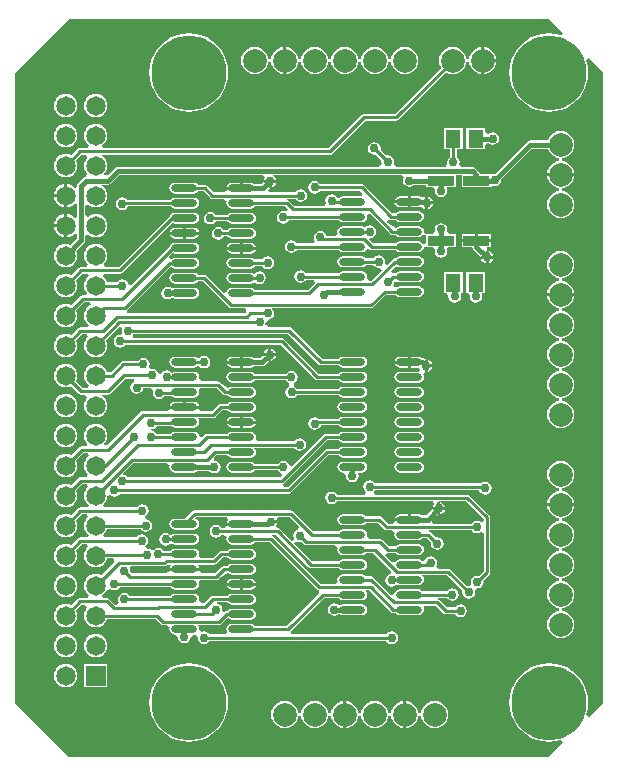
<source format=gtl>
%FSAX24Y24*%
%MOIN*%
G70*
G01*
G75*
G04 Layer_Physical_Order=1*
G04 Layer_Color=255*
%ADD10R,0.0512X0.0591*%
%ADD11R,0.0866X0.0335*%
%ADD12O,0.0866X0.0236*%
%ADD13C,0.0100*%
%ADD14C,0.0150*%
%ADD15C,0.2500*%
%ADD16C,0.0787*%
%ADD17C,0.0650*%
%ADD18R,0.0650X0.0650*%
%ADD19C,0.0300*%
G36*
X028471Y034329D02*
X028415Y034246D01*
X028406Y034250D01*
X028206Y034298D01*
X028000Y034314D01*
X027794Y034298D01*
X027594Y034250D01*
X027403Y034171D01*
X027228Y034063D01*
X027071Y033929D01*
X026937Y033772D01*
X026829Y033597D01*
X026750Y033406D01*
X026702Y033206D01*
X026686Y033000D01*
X026702Y032794D01*
X026750Y032594D01*
X026829Y032403D01*
X026937Y032228D01*
X027071Y032071D01*
X027228Y031937D01*
X027403Y031829D01*
X027594Y031750D01*
X027794Y031702D01*
X028000Y031686D01*
X028206Y031702D01*
X028406Y031750D01*
X028597Y031829D01*
X028772Y031937D01*
X028929Y032071D01*
X029063Y032228D01*
X029171Y032403D01*
X029250Y032594D01*
X029298Y032794D01*
X029314Y033000D01*
X029298Y033206D01*
X029250Y033406D01*
X029246Y033415D01*
X029329Y033471D01*
X029800Y033000D01*
Y012000D01*
X029329Y011529D01*
X029246Y011585D01*
X029250Y011594D01*
X029298Y011794D01*
X029314Y012000D01*
X029298Y012206D01*
X029250Y012406D01*
X029171Y012597D01*
X029063Y012772D01*
X028929Y012929D01*
X028772Y013063D01*
X028597Y013171D01*
X028406Y013250D01*
X028206Y013298D01*
X028000Y013314D01*
X027794Y013298D01*
X027594Y013250D01*
X027403Y013171D01*
X027228Y013063D01*
X027071Y012929D01*
X026937Y012772D01*
X026829Y012597D01*
X026750Y012406D01*
X026702Y012206D01*
X026686Y012000D01*
X026702Y011794D01*
X026750Y011594D01*
X026829Y011403D01*
X026937Y011228D01*
X027071Y011071D01*
X027228Y010937D01*
X027403Y010829D01*
X027594Y010750D01*
X027794Y010702D01*
X028000Y010686D01*
X028206Y010702D01*
X028406Y010750D01*
X028415Y010754D01*
X028471Y010671D01*
X028000Y010200D01*
X012000D01*
X010200Y012000D01*
Y033000D01*
X012000Y034800D01*
X028000D01*
X028471Y034329D01*
D02*
G37*
%LPC*%
G36*
X021770Y022032D02*
X021140D01*
X021071Y022018D01*
X021012Y021978D01*
X020972Y021920D01*
X020959Y021850D01*
X020972Y021781D01*
X021012Y021722D01*
X021071Y021682D01*
X021140Y021668D01*
X021770D01*
X021840Y021682D01*
X021898Y021722D01*
X021938Y021781D01*
X021952Y021850D01*
X021938Y021920D01*
X021898Y021978D01*
X021840Y022018D01*
X021770Y022032D01*
D02*
G37*
G36*
X011900Y022288D02*
X011800Y022275D01*
X011706Y022236D01*
X011626Y022174D01*
X011564Y022094D01*
X011525Y022000D01*
X011512Y021900D01*
X011525Y021800D01*
X011564Y021706D01*
X011626Y021626D01*
X011706Y021564D01*
X011800Y021525D01*
X011900Y021512D01*
X012000Y021525D01*
X012094Y021564D01*
X012174Y021626D01*
X012236Y021706D01*
X012275Y021800D01*
X012288Y021900D01*
X012275Y022000D01*
X012236Y022094D01*
X012174Y022174D01*
X012094Y022236D01*
X012000Y022275D01*
X011900Y022288D01*
D02*
G37*
G36*
X021770Y021532D02*
X021140D01*
X021071Y021518D01*
X021012Y021478D01*
X021001Y021462D01*
X020335D01*
X020282Y021498D01*
X020200Y021514D01*
X020118Y021498D01*
X020049Y021451D01*
X020002Y021382D01*
X019986Y021300D01*
X020002Y021218D01*
X020049Y021149D01*
X020118Y021102D01*
X020200Y021086D01*
X020282Y021102D01*
X020351Y021149D01*
X020398Y021218D01*
X020402Y021238D01*
X021001D01*
X021012Y021222D01*
X021071Y021182D01*
X021140Y021168D01*
X021770D01*
X021840Y021182D01*
X021898Y021222D01*
X021938Y021281D01*
X021952Y021350D01*
X021938Y021419D01*
X021898Y021478D01*
X021840Y021518D01*
X021770Y021532D01*
D02*
G37*
G36*
X015805Y022032D02*
X015540D01*
X015471Y022018D01*
X015412Y021978D01*
X015372Y021920D01*
X015368Y021900D01*
X015805D01*
Y022032D01*
D02*
G37*
G36*
X018060D02*
X017430D01*
X017360Y022018D01*
X017302Y021978D01*
X017291Y021962D01*
X017070D01*
X017027Y021954D01*
X016991Y021929D01*
X016991Y021929D01*
X016774Y021712D01*
X016440D01*
X016358Y021767D01*
X016340Y021789D01*
X016342Y021800D01*
X015368D01*
X015371Y021789D01*
X015352Y021767D01*
X015270Y021712D01*
X014470D01*
X014470Y021712D01*
X014427Y021704D01*
X014391Y021679D01*
X014391Y021679D01*
X013299Y020587D01*
X013246Y020591D01*
X013195Y020599D01*
X013179Y020632D01*
X013236Y020706D01*
X013275Y020800D01*
X013288Y020900D01*
X013275Y021000D01*
X013236Y021094D01*
X013174Y021174D01*
X013094Y021236D01*
X013000Y021275D01*
X012900Y021288D01*
X012800Y021275D01*
X012706Y021236D01*
X012626Y021174D01*
X012564Y021094D01*
X012525Y021000D01*
X012512Y020900D01*
X012525Y020800D01*
X012564Y020706D01*
X012621Y020632D01*
X012603Y020597D01*
X012562Y020542D01*
X012430D01*
X012387Y020534D01*
X012351Y020509D01*
X012351Y020509D01*
X012082Y020241D01*
X012000Y020275D01*
X011900Y020288D01*
X011800Y020275D01*
X011706Y020236D01*
X011626Y020174D01*
X011564Y020094D01*
X011525Y020000D01*
X011512Y019900D01*
X011525Y019800D01*
X011564Y019706D01*
X011626Y019626D01*
X011706Y019564D01*
X011800Y019525D01*
X011900Y019512D01*
X012000Y019525D01*
X012094Y019564D01*
X012174Y019626D01*
X012236Y019706D01*
X012275Y019800D01*
X012288Y019900D01*
X012275Y020000D01*
X012241Y020082D01*
X012476Y020318D01*
X012657D01*
X012689Y020223D01*
X012626Y020174D01*
X012564Y020094D01*
X012525Y020000D01*
X012512Y019900D01*
X012525Y019800D01*
X012564Y019706D01*
X012626Y019626D01*
X012650Y019607D01*
X012618Y019512D01*
X012400D01*
X012400Y019512D01*
X012357Y019504D01*
X012321Y019479D01*
X012321Y019479D01*
X012082Y019241D01*
X012000Y019275D01*
X011900Y019288D01*
X011800Y019275D01*
X011706Y019236D01*
X011626Y019174D01*
X011564Y019094D01*
X011525Y019000D01*
X011512Y018900D01*
X011525Y018800D01*
X011564Y018706D01*
X011626Y018626D01*
X011706Y018564D01*
X011800Y018525D01*
X011900Y018512D01*
X012000Y018525D01*
X012094Y018564D01*
X012174Y018626D01*
X012236Y018706D01*
X012275Y018800D01*
X012288Y018900D01*
X012275Y019000D01*
X012241Y019082D01*
X012446Y019288D01*
X012618D01*
X012650Y019193D01*
X012626Y019174D01*
X012564Y019094D01*
X012525Y019000D01*
X012512Y018900D01*
X012525Y018800D01*
X012564Y018706D01*
X012626Y018626D01*
X012663Y018597D01*
X012631Y018502D01*
X012390D01*
X012390Y018502D01*
X012347Y018494D01*
X012311Y018469D01*
X012311Y018469D01*
X012082Y018241D01*
X012000Y018275D01*
X011900Y018288D01*
X011800Y018275D01*
X011706Y018236D01*
X011626Y018174D01*
X011564Y018094D01*
X011525Y018000D01*
X011512Y017900D01*
X011525Y017800D01*
X011564Y017706D01*
X011626Y017626D01*
X011706Y017564D01*
X011800Y017525D01*
X011900Y017512D01*
X012000Y017525D01*
X012094Y017564D01*
X012174Y017626D01*
X012236Y017706D01*
X012275Y017800D01*
X012288Y017900D01*
X012275Y018000D01*
X012241Y018082D01*
X012436Y018278D01*
X012605D01*
X012637Y018183D01*
X012626Y018174D01*
X012564Y018094D01*
X012525Y018000D01*
X012512Y017900D01*
X012525Y017800D01*
X012564Y017706D01*
X012626Y017626D01*
X012663Y017597D01*
X012631Y017502D01*
X012390D01*
X012390Y017502D01*
X012347Y017494D01*
X012311Y017469D01*
X012311Y017469D01*
X012082Y017241D01*
X012000Y017275D01*
X011900Y017288D01*
X011800Y017275D01*
X011706Y017236D01*
X011626Y017174D01*
X011564Y017094D01*
X011525Y017000D01*
X011512Y016900D01*
X011525Y016800D01*
X011564Y016706D01*
X011626Y016626D01*
X011706Y016564D01*
X011800Y016525D01*
X011900Y016512D01*
X012000Y016525D01*
X012094Y016564D01*
X012174Y016626D01*
X012236Y016706D01*
X012275Y016800D01*
X012288Y016900D01*
X012275Y017000D01*
X012241Y017082D01*
X012436Y017278D01*
X012605D01*
X012637Y017183D01*
X012626Y017174D01*
X012564Y017094D01*
X012525Y017000D01*
X012512Y016900D01*
X012525Y016800D01*
X012564Y016706D01*
X012626Y016626D01*
X012706Y016564D01*
X012800Y016525D01*
X012900Y016512D01*
X013000Y016525D01*
X013094Y016564D01*
X013174Y016626D01*
X013236Y016706D01*
X013275Y016800D01*
X013276Y016808D01*
X013478D01*
X013516Y016782D01*
X013515Y016783D01*
X013525Y016684D01*
X013082Y016241D01*
X013000Y016275D01*
X012900Y016288D01*
X012800Y016275D01*
X012706Y016236D01*
X012626Y016174D01*
X012564Y016094D01*
X012525Y016000D01*
X012512Y015900D01*
X012525Y015800D01*
X012564Y015706D01*
X012626Y015626D01*
X012676Y015587D01*
X012644Y015492D01*
X012380D01*
X012380Y015492D01*
X012337Y015484D01*
X012301Y015459D01*
X012301Y015459D01*
X012082Y015241D01*
X012000Y015275D01*
X011900Y015288D01*
X011800Y015275D01*
X011706Y015236D01*
X011626Y015174D01*
X011564Y015094D01*
X011525Y015000D01*
X011512Y014900D01*
X011525Y014800D01*
X011564Y014706D01*
X011626Y014626D01*
X011706Y014564D01*
X011800Y014525D01*
X011900Y014512D01*
X012000Y014525D01*
X012094Y014564D01*
X012174Y014626D01*
X012236Y014706D01*
X012275Y014800D01*
X012288Y014900D01*
X012275Y015000D01*
X012241Y015082D01*
X012426Y015268D01*
X012554D01*
X012626Y015174D01*
X012564Y015094D01*
X012525Y015000D01*
X012512Y014900D01*
X012525Y014800D01*
X012564Y014706D01*
X012626Y014626D01*
X012706Y014564D01*
X012800Y014525D01*
X012900Y014512D01*
X013000Y014525D01*
X013094Y014564D01*
X013174Y014626D01*
X013236Y014706D01*
X013270Y014788D01*
X014904D01*
X015071Y014621D01*
X015071Y014621D01*
X015107Y014596D01*
Y014596D01*
X015107Y014596D01*
D01*
D01*
D01*
X015107D01*
Y014596D01*
D01*
X015107Y014596D01*
X015107Y014596D01*
X015150Y014588D01*
X015150Y014588D01*
X015270D01*
X015352Y014533D01*
X015371Y014511D01*
X015359Y014450D01*
X015372Y014381D01*
X015412Y014322D01*
X015471Y014282D01*
X015540Y014268D01*
X015581D01*
X015641Y014195D01*
X015657Y014113D01*
X015704Y014043D01*
X015773Y013997D01*
X015855Y013981D01*
X015937Y013997D01*
X016007Y014043D01*
X016053Y014113D01*
X016069Y014195D01*
X016130Y014268D01*
X016170D01*
X016235Y014281D01*
X016250Y014267D01*
X016302Y014189D01*
X016296Y014160D01*
X016312Y014078D01*
X016359Y014009D01*
X016428Y013962D01*
X016510Y013946D01*
X016592Y013962D01*
X016661Y014009D01*
X016688Y014048D01*
X022592D01*
X022619Y014009D01*
X022688Y013962D01*
X022770Y013946D01*
X022852Y013962D01*
X022921Y014009D01*
X022968Y014078D01*
X022984Y014160D01*
X022968Y014242D01*
X022921Y014311D01*
X022852Y014358D01*
X022770Y014374D01*
X022688Y014358D01*
X022619Y014311D01*
X022592Y014272D01*
X019424D01*
X019395Y014368D01*
X019399Y014371D01*
X020516Y015488D01*
X021001D01*
X021012Y015472D01*
X021071Y015432D01*
X021140Y015418D01*
X021770D01*
X021840Y015432D01*
X021898Y015472D01*
X021938Y015531D01*
X021952Y015600D01*
X021938Y015669D01*
X021898Y015728D01*
X021901Y015738D01*
X022014D01*
X022731Y015021D01*
X022731Y015021D01*
X022767Y014996D01*
Y014996D01*
X022767Y014996D01*
D01*
D01*
D01*
X022767D01*
Y014996D01*
D01*
X022767Y014996D01*
X022767Y014996D01*
X022810Y014988D01*
X022891D01*
X022902Y014972D01*
X022960Y014932D01*
X023030Y014918D01*
X023660D01*
X023729Y014932D01*
X023788Y014972D01*
X023828Y015031D01*
X023841Y015100D01*
X023828Y015169D01*
X023859Y015228D01*
X024234D01*
X024481Y014981D01*
X024481Y014981D01*
X024517Y014956D01*
Y014956D01*
X024517Y014956D01*
D01*
D01*
D01*
X024517D01*
Y014956D01*
D01*
X024517Y014956D01*
X024517Y014956D01*
X024560Y014948D01*
X024560Y014948D01*
X024882D01*
X024909Y014909D01*
X024978Y014862D01*
X025060Y014846D01*
X025142Y014862D01*
X025211Y014909D01*
X025258Y014978D01*
X025274Y015060D01*
X025258Y015142D01*
X025211Y015211D01*
X025142Y015258D01*
X025060Y015274D01*
X024978Y015258D01*
X024909Y015211D01*
X024882Y015172D01*
X024606D01*
X024359Y015419D01*
X024323Y015444D01*
X024280Y015452D01*
X024316Y015488D01*
X024602D01*
X024629Y015449D01*
X024698Y015402D01*
X024780Y015386D01*
X024862Y015402D01*
X024931Y015449D01*
X024978Y015518D01*
X024994Y015600D01*
X024978Y015682D01*
X024931Y015751D01*
X024862Y015798D01*
X024780Y015814D01*
X024698Y015798D01*
X024629Y015751D01*
X024602Y015712D01*
X023799D01*
X023788Y015728D01*
X023729Y015768D01*
X023660Y015782D01*
X023030D01*
X022960Y015768D01*
X022902Y015728D01*
X022862Y015669D01*
X022851Y015613D01*
X022755Y015583D01*
X022159Y016179D01*
X022123Y016204D01*
X022080Y016212D01*
X022080Y016212D01*
X021909D01*
X021898Y016228D01*
X021840Y016268D01*
X021770Y016282D01*
X021140D01*
X021071Y016268D01*
X021012Y016228D01*
X020972Y016169D01*
X020959Y016100D01*
X020971Y016039D01*
X020952Y016017D01*
X020870Y015962D01*
X020396D01*
X018829Y017529D01*
X018793Y017554D01*
X018750Y017562D01*
X018786Y017598D01*
X018914D01*
X019991Y016521D01*
X020027Y016496D01*
X020070Y016488D01*
X020070Y016488D01*
X021001D01*
X021012Y016472D01*
X021071Y016432D01*
X021140Y016418D01*
X021770D01*
X021840Y016432D01*
X021898Y016472D01*
X021938Y016531D01*
X021952Y016600D01*
X021938Y016669D01*
X021898Y016728D01*
X021840Y016768D01*
X021770Y016782D01*
X021140D01*
X021071Y016768D01*
X021012Y016728D01*
X021001Y016712D01*
X020116D01*
X019522Y017307D01*
X019541Y017331D01*
X019541D01*
X019585Y017384D01*
X019618Y017362D01*
X019700Y017346D01*
X019746Y017355D01*
X019831Y017271D01*
X019831Y017271D01*
X019867Y017246D01*
X019910Y017238D01*
X019910Y017238D01*
X020870D01*
X020952Y017183D01*
X020971Y017161D01*
X020959Y017100D01*
X020972Y017031D01*
X021012Y016972D01*
X021071Y016932D01*
X021140Y016918D01*
X021770D01*
X021840Y016932D01*
X021898Y016972D01*
X021909Y016988D01*
X022154D01*
X022759Y016382D01*
X022730Y016286D01*
X022688Y016278D01*
X022619Y016231D01*
X022572Y016162D01*
X022556Y016080D01*
X022572Y015998D01*
X022619Y015929D01*
X022688Y015882D01*
X022770Y015866D01*
X022852Y015882D01*
X022921Y015929D01*
X022935Y015949D01*
X022960Y015932D01*
X023030Y015918D01*
X023660D01*
X023729Y015932D01*
X023788Y015972D01*
X023828Y016031D01*
X023841Y016100D01*
X023828Y016169D01*
X023788Y016228D01*
X023791Y016238D01*
X024604D01*
X025125Y015716D01*
X025116Y015670D01*
X025132Y015588D01*
X025179Y015519D01*
X025248Y015472D01*
X025330Y015456D01*
X025412Y015472D01*
X025481Y015519D01*
X025528Y015588D01*
X025544Y015670D01*
X025530Y015739D01*
X025575Y015783D01*
X025611Y015808D01*
X025620Y015806D01*
X025702Y015822D01*
X025771Y015869D01*
X025818Y015938D01*
X025834Y016020D01*
X025825Y016066D01*
X026019Y016261D01*
X026019Y016261D01*
X026044Y016297D01*
X026052Y016340D01*
Y018170D01*
X026052Y018170D01*
X026044Y018213D01*
X026044D01*
D01*
D01*
X026044Y018213D01*
D01*
D01*
D01*
D01*
X026044Y018213D01*
D01*
D01*
Y018213D01*
D01*
X026044D01*
D01*
D01*
X026044D01*
D01*
D01*
X026019Y018249D01*
X026019Y018249D01*
X025369Y018899D01*
X025333Y018924D01*
X025290Y018932D01*
X025290Y018932D01*
X022204D01*
X022175Y019028D01*
X022191Y019039D01*
X022218Y019078D01*
X025678D01*
X025682Y019058D01*
X025729Y018989D01*
X025798Y018942D01*
X025880Y018926D01*
X025962Y018942D01*
X026031Y018989D01*
X026078Y019058D01*
X026094Y019140D01*
X026078Y019222D01*
X026031Y019291D01*
X025962Y019338D01*
X025880Y019354D01*
X025798Y019338D01*
X025745Y019302D01*
X022218D01*
X022191Y019341D01*
X022122Y019388D01*
X022040Y019404D01*
X021958Y019388D01*
X021889Y019341D01*
X021842Y019272D01*
X021826Y019190D01*
X021842Y019108D01*
X021889Y019039D01*
X021905Y019028D01*
X021876Y018932D01*
X020948D01*
X020921Y018971D01*
X020852Y019018D01*
X020770Y019034D01*
X020688Y019018D01*
X020619Y018971D01*
X020572Y018902D01*
X020556Y018820D01*
X020572Y018738D01*
X020619Y018669D01*
X020688Y018622D01*
X020770Y018606D01*
X020852Y018622D01*
X020921Y018669D01*
X020948Y018708D01*
X024134D01*
X024181Y018620D01*
X024142Y018562D01*
X024136Y018530D01*
X024290D01*
Y018684D01*
X024340Y018694D01*
X024340Y018694D01*
X024354Y018708D01*
X025244D01*
X025828Y018124D01*
Y018063D01*
X025740Y018016D01*
X025692Y018048D01*
X025610Y018064D01*
X025528Y018048D01*
X025459Y018001D01*
X025432Y017962D01*
X024147D01*
X024109Y018055D01*
X024324Y018269D01*
X024290Y018276D01*
Y018430D01*
X024136D01*
X024129Y018464D01*
X023903Y018238D01*
X023774D01*
X023729Y018268D01*
X023660Y018282D01*
X023395D01*
Y018100D01*
X023345D01*
Y018050D01*
X022858D01*
X022860Y018039D01*
X022842Y018017D01*
X022760Y017962D01*
X022646D01*
X022429Y018179D01*
X022393Y018204D01*
X022350Y018212D01*
X022350Y018212D01*
X021909D01*
X021898Y018228D01*
X021840Y018268D01*
X021770Y018282D01*
X021140D01*
X021071Y018268D01*
X021012Y018228D01*
X020972Y018169D01*
X020959Y018100D01*
X020972Y018031D01*
X021012Y017972D01*
X021071Y017932D01*
X021140Y017918D01*
X021770D01*
X021840Y017932D01*
X021898Y017972D01*
X021909Y017988D01*
X022304D01*
X022521Y017771D01*
X022521Y017771D01*
X022557Y017746D01*
X022600Y017738D01*
X022760D01*
X022842Y017683D01*
X022860Y017661D01*
X022848Y017600D01*
X022862Y017531D01*
X022902Y017472D01*
X022960Y017432D01*
X023030Y017418D01*
X023660D01*
X023729Y017432D01*
X023788Y017472D01*
X023799Y017488D01*
X023934D01*
X024075Y017346D01*
X024066Y017300D01*
X024082Y017218D01*
X024129Y017149D01*
X024198Y017102D01*
X024280Y017086D01*
X024362Y017102D01*
X024431Y017149D01*
X024478Y017218D01*
X024494Y017300D01*
X024478Y017382D01*
X024431Y017451D01*
X024362Y017498D01*
X024280Y017514D01*
X024234Y017505D01*
X024059Y017679D01*
X024023Y017704D01*
X023980Y017712D01*
X024006Y017738D01*
X025432D01*
X025459Y017699D01*
X025528Y017652D01*
X025610Y017636D01*
X025692Y017652D01*
X025740Y017684D01*
X025828Y017637D01*
Y016386D01*
X025666Y016225D01*
X025620Y016234D01*
X025538Y016218D01*
X025469Y016171D01*
X025422Y016102D01*
X025406Y016020D01*
X025420Y015951D01*
X025375Y015907D01*
X025339Y015882D01*
X025330Y015884D01*
X025284Y015875D01*
X024729Y016429D01*
X024693Y016454D01*
X024650Y016462D01*
X024650Y016462D01*
X024296D01*
X024249Y016550D01*
X024268Y016578D01*
X024284Y016660D01*
X024268Y016742D01*
X024221Y016811D01*
X024152Y016858D01*
X024070Y016874D01*
X023988Y016858D01*
X023919Y016811D01*
X023872Y016742D01*
X023799Y016712D01*
X023788Y016728D01*
X023729Y016768D01*
X023660Y016782D01*
X023030D01*
X022960Y016768D01*
X022902Y016728D01*
X022877Y016691D01*
X022777Y016681D01*
X022553Y016906D01*
X022600Y016994D01*
X022630Y016988D01*
X022891D01*
X022902Y016972D01*
X022960Y016932D01*
X023030Y016918D01*
X023660D01*
X023729Y016932D01*
X023788Y016972D01*
X023828Y017031D01*
X023841Y017100D01*
X023828Y017169D01*
X023788Y017228D01*
X023729Y017268D01*
X023660Y017282D01*
X023030D01*
X022960Y017268D01*
X022902Y017228D01*
X022891Y017212D01*
X022676D01*
X022459Y017429D01*
X022423Y017454D01*
X022380Y017462D01*
X022380Y017462D01*
X022040D01*
X021958Y017517D01*
X021940Y017539D01*
X021952Y017600D01*
X021938Y017669D01*
X021898Y017728D01*
X021840Y017768D01*
X021770Y017782D01*
X021140D01*
X021071Y017768D01*
X021012Y017728D01*
X021001Y017712D01*
X020146D01*
X019489Y018369D01*
X019453Y018394D01*
X019410Y018402D01*
X019410Y018402D01*
X016195D01*
X016195Y018402D01*
X016152Y018394D01*
X016116Y018369D01*
X016116Y018369D01*
X015878Y018132D01*
X015540D01*
X015471Y018118D01*
X015412Y018078D01*
X015372Y018019D01*
X015359Y017950D01*
X015372Y017881D01*
X015412Y017822D01*
X015471Y017782D01*
X015540Y017768D01*
X016170D01*
X016240Y017782D01*
X016298Y017822D01*
X016338Y017881D01*
X016352Y017950D01*
X016338Y018019D01*
X016298Y018078D01*
X016240Y018118D01*
X016226Y018162D01*
X016242Y018178D01*
X017278D01*
X017307Y018082D01*
X017302Y018078D01*
X017262Y018019D01*
X017258Y018000D01*
X017745D01*
Y017900D01*
X017258D01*
X017258Y017899D01*
X017195Y017822D01*
X017088D01*
X017061Y017861D01*
X016992Y017908D01*
X016910Y017924D01*
X016828Y017908D01*
X016759Y017861D01*
X016712Y017792D01*
X016696Y017710D01*
X016712Y017628D01*
X016759Y017559D01*
X016828Y017512D01*
X016910Y017496D01*
X016992Y017512D01*
X017061Y017559D01*
X017088Y017598D01*
X017145D01*
X017262Y017519D01*
X017248Y017450D01*
X017262Y017381D01*
X017302Y017322D01*
X017360Y017282D01*
X017430Y017268D01*
X018060D01*
X018129Y017282D01*
X018188Y017322D01*
X018199Y017338D01*
X018704D01*
X020271Y015771D01*
X020271Y015771D01*
X020307Y015746D01*
Y015746D01*
X020307Y015746D01*
D01*
D01*
D01*
X020307D01*
Y015746D01*
D01*
X020307Y015746D01*
X020307Y015746D01*
X020329Y015742D01*
X020350Y015672D01*
Y015639D01*
X019274Y014562D01*
X018199D01*
X018188Y014578D01*
X018129Y014618D01*
X018060Y014632D01*
X017430D01*
X017360Y014618D01*
X017302Y014578D01*
X017262Y014519D01*
X017248Y014450D01*
X017262Y014381D01*
X017276Y014360D01*
X017228Y014272D01*
X016688D01*
X016661Y014311D01*
X016592Y014358D01*
X016510Y014374D01*
X016428Y014358D01*
X016427Y014357D01*
X016344Y014413D01*
X016352Y014450D01*
X016338Y014519D01*
X016298Y014578D01*
X016301Y014588D01*
X017010D01*
X017010Y014588D01*
X017053Y014596D01*
X017089Y014621D01*
X017291Y014823D01*
X017302Y014822D01*
X017360Y014782D01*
X017430Y014768D01*
X018060D01*
X018129Y014782D01*
X018188Y014822D01*
X018228Y014881D01*
X018241Y014950D01*
X018228Y015019D01*
X018188Y015078D01*
X018129Y015118D01*
X018060Y015132D01*
X017430D01*
X017360Y015118D01*
X017302Y015078D01*
X017291Y015062D01*
X017260D01*
X017217Y015054D01*
X017181Y015029D01*
X017181Y015029D01*
X017124Y015100D01*
X017108Y015182D01*
X017061Y015251D01*
X016992Y015298D01*
X016910Y015314D01*
X016934Y015338D01*
X017291D01*
X017302Y015322D01*
X017360Y015282D01*
X017430Y015268D01*
X018060D01*
X018129Y015282D01*
X018188Y015322D01*
X018228Y015381D01*
X018241Y015450D01*
X018228Y015519D01*
X018188Y015578D01*
X018129Y015618D01*
X018060Y015632D01*
X017430D01*
X017360Y015618D01*
X017302Y015578D01*
X017291Y015562D01*
X016800D01*
X016800Y015562D01*
X016757Y015554D01*
X016721Y015529D01*
X016721Y015529D01*
X016494Y015302D01*
X016455D01*
X016338Y015381D01*
X016352Y015450D01*
X016338Y015519D01*
X016298Y015578D01*
X016240Y015618D01*
X016170Y015632D01*
X015540D01*
X015471Y015618D01*
X015412Y015578D01*
X015401Y015562D01*
X014028D01*
X014001Y015601D01*
X013932Y015648D01*
X013850Y015664D01*
X013768Y015648D01*
X013699Y015601D01*
X013652Y015532D01*
X013636Y015450D01*
X013652Y015368D01*
X013671Y015340D01*
X013636Y015276D01*
X013537Y015261D01*
X013339Y015459D01*
X013303Y015484D01*
X013260Y015492D01*
X013260Y015492D01*
X013156D01*
X013124Y015587D01*
X013174Y015626D01*
X013236Y015706D01*
X013239Y015712D01*
X013369Y015799D01*
X013438Y015752D01*
X013520Y015736D01*
X013602Y015752D01*
X013671Y015799D01*
X013698Y015838D01*
X015401D01*
X015412Y015822D01*
X015471Y015782D01*
X015540Y015768D01*
X016170D01*
X016240Y015782D01*
X016298Y015822D01*
X016338Y015881D01*
X016352Y015950D01*
X016338Y016019D01*
X016369Y016078D01*
X016920D01*
X016920Y016078D01*
X016963Y016086D01*
X016999Y016111D01*
X017026Y016138D01*
X017302Y016322D01*
X017360Y016282D01*
X017430Y016268D01*
X018060D01*
X018129Y016282D01*
X018188Y016322D01*
X018228Y016381D01*
X018241Y016450D01*
X018228Y016519D01*
X018188Y016578D01*
X018129Y016618D01*
X018060Y016632D01*
X017430D01*
X017360Y016618D01*
X017302Y016578D01*
X017291Y016562D01*
X017180D01*
X017180Y016562D01*
X017137Y016554D01*
X017101Y016529D01*
X017101Y016529D01*
X016874Y016302D01*
X016455D01*
X016338Y016381D01*
X016342Y016400D01*
X015368D01*
X015372Y016381D01*
X015255Y016302D01*
X014113D01*
X014050Y016379D01*
X014054Y016400D01*
X014038Y016482D01*
X014073Y016548D01*
X015200D01*
X015200Y016548D01*
X015243Y016556D01*
X015279Y016581D01*
X015296Y016598D01*
X015406D01*
X015372Y016519D01*
X015372Y016519D01*
X015372D01*
Y016519D01*
Y016519D01*
X015372Y016519D01*
X015368Y016500D01*
X016342D01*
X016338Y016519D01*
X016298Y016578D01*
X016304Y016598D01*
X016850D01*
X016850Y016598D01*
X016893Y016606D01*
X016929Y016631D01*
X017136Y016838D01*
X017291D01*
X017302Y016822D01*
X017360Y016782D01*
X017430Y016768D01*
X018060D01*
X018129Y016782D01*
X018188Y016822D01*
X018228Y016881D01*
X018241Y016950D01*
X018228Y017019D01*
X018188Y017078D01*
X018129Y017118D01*
X018060Y017132D01*
X017430D01*
X017360Y017118D01*
X017302Y017078D01*
X017291Y017062D01*
X017090D01*
X017047Y017054D01*
X017011Y017029D01*
X017011Y017029D01*
X016804Y016822D01*
X016405D01*
X016342Y016899D01*
X016352Y016950D01*
X016338Y017019D01*
X016298Y017078D01*
X016240Y017118D01*
X016170Y017132D01*
X015540D01*
X015471Y017118D01*
X015412Y017078D01*
X015394Y017052D01*
X015158D01*
X015131Y017091D01*
X015062Y017138D01*
X014980Y017154D01*
X014898Y017138D01*
X014829Y017091D01*
Y017091D01*
X014772Y017071D01*
X014702Y017118D01*
X014621Y017134D01*
X014597Y017129D01*
X014559Y017222D01*
X014584Y017239D01*
X014630Y017308D01*
X014647Y017390D01*
X014630Y017472D01*
X014584Y017541D01*
X014514Y017588D01*
X014432Y017604D01*
X014350Y017588D01*
X014281Y017541D01*
X014255Y017502D01*
X013169D01*
X013137Y017597D01*
X013174Y017626D01*
X013236Y017706D01*
X013270Y017788D01*
X014397D01*
X014423Y017749D01*
X014493Y017702D01*
X014575Y017686D01*
X014657Y017702D01*
X014726Y017749D01*
X014773Y017818D01*
X014789Y017900D01*
X014773Y017982D01*
X014726Y018051D01*
X014657Y018098D01*
X014575Y018114D01*
X014556Y018208D01*
X014601Y018239D01*
X014648Y018308D01*
X014664Y018390D01*
X014648Y018472D01*
X014601Y018541D01*
X014532Y018588D01*
X014450Y018604D01*
X014368Y018588D01*
X014299Y018541D01*
X014272Y018502D01*
X013169D01*
X013137Y018597D01*
X013174Y018626D01*
X013236Y018706D01*
X013275Y018800D01*
X013286Y018882D01*
X013377Y018923D01*
X013438Y018882D01*
X013520Y018866D01*
X013602Y018882D01*
X013671Y018929D01*
X013698Y018968D01*
X019340D01*
X019340Y018968D01*
X019383Y018976D01*
X019419Y019001D01*
X020656Y020238D01*
X021001D01*
X021012Y020222D01*
X021071Y020182D01*
X021140Y020168D01*
X021770D01*
X021840Y020182D01*
X021898Y020222D01*
X021938Y020281D01*
X021952Y020350D01*
X021938Y020419D01*
X021898Y020478D01*
X021840Y020518D01*
X021770Y020532D01*
X021140D01*
X021071Y020518D01*
X021012Y020478D01*
X021001Y020462D01*
X020610D01*
X020567Y020454D01*
X020531Y020429D01*
X020531Y020429D01*
X019294Y019192D01*
X019174D01*
X019145Y019288D01*
X019179Y019311D01*
X020606Y020738D01*
X021001D01*
X021012Y020722D01*
X021071Y020682D01*
X021140Y020668D01*
X021770D01*
X021840Y020682D01*
X021898Y020722D01*
X021938Y020780D01*
X021952Y020850D01*
X021938Y020919D01*
X021898Y020978D01*
X021840Y021018D01*
X021770Y021032D01*
X021140D01*
X021071Y021018D01*
X021012Y020978D01*
X021001Y020962D01*
X020560D01*
X020560Y020962D01*
X020517Y020954D01*
X020481Y020929D01*
X020481Y020929D01*
X019445Y019894D01*
X019350Y019923D01*
X019348Y019932D01*
X019301Y020001D01*
X019232Y020048D01*
X019150Y020064D01*
X019068Y020048D01*
X018999Y020001D01*
X018972Y019962D01*
X018199D01*
X018188Y019978D01*
X018129Y020018D01*
X018060Y020032D01*
X017430D01*
X017360Y020018D01*
X017302Y019978D01*
X017262Y019919D01*
X017248Y019850D01*
X017262Y019781D01*
X017302Y019722D01*
X017360Y019682D01*
X017430Y019668D01*
X018060D01*
X018129Y019682D01*
X018188Y019722D01*
X018199Y019738D01*
X018972D01*
X018999Y019699D01*
X019068Y019652D01*
X019077Y019650D01*
X019098Y019582D01*
X019038Y019502D01*
X013958D01*
X013931Y019541D01*
X013862Y019588D01*
X013780Y019604D01*
X013774Y019615D01*
X014146Y019988D01*
X015270D01*
X015352Y019933D01*
X015371Y019911D01*
X015359Y019850D01*
X015372Y019781D01*
X015412Y019722D01*
X015471Y019682D01*
X015540Y019668D01*
X016170D01*
X016240Y019682D01*
X016285Y019712D01*
X016689D01*
X016699Y019699D01*
X016768Y019652D01*
X016850Y019636D01*
X016932Y019652D01*
X017001Y019699D01*
X017048Y019768D01*
X017064Y019850D01*
X017048Y019932D01*
X017001Y020001D01*
X016932Y020048D01*
X016850Y020064D01*
X016832Y020154D01*
X016916Y020238D01*
X017291D01*
X017302Y020222D01*
X017360Y020182D01*
X017430Y020168D01*
X018060D01*
X018129Y020182D01*
X018188Y020222D01*
X018228Y020281D01*
X018241Y020350D01*
X018228Y020419D01*
X018188Y020478D01*
X018191Y020488D01*
X019522D01*
X019549Y020449D01*
X019618Y020402D01*
X019700Y020386D01*
X019782Y020402D01*
X019851Y020449D01*
X019898Y020518D01*
X019914Y020600D01*
X019898Y020682D01*
X019851Y020751D01*
X019782Y020798D01*
X019700Y020814D01*
X019618Y020798D01*
X019549Y020751D01*
X019522Y020712D01*
X018330D01*
X018248Y020767D01*
X018229Y020789D01*
X018241Y020850D01*
X018228Y020919D01*
X018188Y020978D01*
X018129Y021018D01*
X018060Y021032D01*
X017430D01*
X017360Y021018D01*
X017302Y020978D01*
X017291Y020962D01*
X016600D01*
X016557Y020954D01*
X016521Y020929D01*
X016521Y020929D01*
X016442Y020850D01*
X016346Y020879D01*
X016338Y020919D01*
X016298Y020978D01*
X016240Y021018D01*
X016170Y021032D01*
X015540D01*
X015471Y021018D01*
X015412Y020978D01*
X015401Y020962D01*
X014914D01*
X014881Y021011D01*
X014812Y021058D01*
X014741Y021072D01*
D01*
Y021072D01*
X014750Y021116D01*
X014800Y021126D01*
X014800D01*
X014832Y021132D01*
X014901Y021179D01*
X014928Y021218D01*
X015417D01*
X015471Y021182D01*
X015540Y021168D01*
X016170D01*
X016240Y021182D01*
X016298Y021222D01*
X016338Y021281D01*
X016352Y021350D01*
X016338Y021419D01*
X016298Y021478D01*
X016301Y021488D01*
X016820D01*
X016820Y021488D01*
X016863Y021496D01*
X016899Y021521D01*
X017116Y021738D01*
X017291D01*
X017302Y021722D01*
X017360Y021682D01*
X017430Y021668D01*
X018060D01*
X018129Y021682D01*
X018188Y021722D01*
X018228Y021781D01*
X018241Y021850D01*
X018228Y021920D01*
X018188Y021978D01*
X018129Y022018D01*
X018060Y022032D01*
D02*
G37*
G36*
X023660D02*
X023030D01*
X022960Y022018D01*
X022902Y021978D01*
X022862Y021920D01*
X022848Y021850D01*
X022862Y021781D01*
X022902Y021722D01*
X022960Y021682D01*
X023030Y021668D01*
X023660D01*
X023729Y021682D01*
X023788Y021722D01*
X023828Y021781D01*
X023841Y021850D01*
X023828Y021920D01*
X023788Y021978D01*
X023729Y022018D01*
X023660Y022032D01*
D02*
G37*
G36*
X018232Y021300D02*
X017795D01*
Y021168D01*
X018060D01*
X018129Y021182D01*
X018188Y021222D01*
X018228Y021281D01*
X018232Y021300D01*
D02*
G37*
G36*
X017695D02*
X017258D01*
X017262Y021281D01*
X017302Y021222D01*
X017360Y021182D01*
X017430Y021168D01*
X017695D01*
Y021300D01*
D02*
G37*
G36*
X028851Y025550D02*
X027949D01*
X027958Y025482D01*
X028004Y025371D01*
X028076Y025276D01*
X028171Y025204D01*
X028282Y025158D01*
X028342Y025150D01*
Y025050D01*
X028282Y025042D01*
X028171Y024996D01*
X028076Y024924D01*
X028004Y024829D01*
X027958Y024718D01*
X027942Y024600D01*
X027958Y024482D01*
X028004Y024371D01*
X028076Y024276D01*
X028171Y024204D01*
X028282Y024158D01*
X028342Y024150D01*
Y024050D01*
X028282Y024042D01*
X028171Y023996D01*
X028076Y023924D01*
X028004Y023829D01*
X027958Y023718D01*
X027942Y023600D01*
X027958Y023482D01*
X028004Y023371D01*
X028076Y023276D01*
X028171Y023204D01*
X028282Y023158D01*
X028342Y023150D01*
Y023050D01*
X028282Y023042D01*
X028171Y022996D01*
X028076Y022924D01*
X028004Y022829D01*
X027958Y022718D01*
X027942Y022600D01*
X027958Y022482D01*
X028004Y022371D01*
X028076Y022276D01*
X028171Y022204D01*
X028282Y022158D01*
X028342Y022150D01*
Y022050D01*
X028282Y022042D01*
X028171Y021996D01*
X028076Y021924D01*
X028004Y021829D01*
X027958Y021718D01*
X027942Y021600D01*
X027958Y021482D01*
X028004Y021371D01*
X028076Y021276D01*
X028171Y021204D01*
X028282Y021158D01*
X028400Y021142D01*
X028518Y021158D01*
X028629Y021204D01*
X028724Y021276D01*
X028796Y021371D01*
X028842Y021482D01*
X028858Y021600D01*
X028842Y021718D01*
X028796Y021829D01*
X028724Y021924D01*
X028629Y021996D01*
X028518Y022042D01*
X028458Y022050D01*
Y022150D01*
X028518Y022158D01*
X028629Y022204D01*
X028724Y022276D01*
X028796Y022371D01*
X028842Y022482D01*
X028858Y022600D01*
X028842Y022718D01*
X028796Y022829D01*
X028724Y022924D01*
X028629Y022996D01*
X028518Y023042D01*
X028458Y023050D01*
Y023150D01*
X028518Y023158D01*
X028629Y023204D01*
X028724Y023276D01*
X028796Y023371D01*
X028842Y023482D01*
X028858Y023600D01*
X028842Y023718D01*
X028796Y023829D01*
X028724Y023924D01*
X028629Y023996D01*
X028518Y024042D01*
X028458Y024050D01*
Y024150D01*
X028518Y024158D01*
X028629Y024204D01*
X028724Y024276D01*
X028796Y024371D01*
X028842Y024482D01*
X028858Y024600D01*
X028842Y024718D01*
X028796Y024829D01*
X028724Y024924D01*
X028629Y024996D01*
X028518Y025042D01*
X028458Y025050D01*
Y025150D01*
X028518Y025158D01*
X028629Y025204D01*
X028724Y025276D01*
X028796Y025371D01*
X028842Y025482D01*
X028851Y025550D01*
D02*
G37*
G36*
X018060Y021532D02*
X017795D01*
Y021400D01*
X018232D01*
X018228Y021419D01*
X018188Y021478D01*
X018129Y021518D01*
X018060Y021532D01*
D02*
G37*
G36*
X017695D02*
X017430D01*
X017360Y021518D01*
X017302Y021478D01*
X017262Y021419D01*
X017258Y021400D01*
X017695D01*
Y021532D01*
D02*
G37*
G36*
X023660D02*
X023030D01*
X022960Y021518D01*
X022902Y021478D01*
X022862Y021419D01*
X022848Y021350D01*
X022862Y021281D01*
X022902Y021222D01*
X022960Y021182D01*
X023030Y021168D01*
X023660D01*
X023729Y021182D01*
X023788Y021222D01*
X023828Y021281D01*
X023841Y021350D01*
X023828Y021419D01*
X023788Y021478D01*
X023729Y021518D01*
X023660Y021532D01*
D02*
G37*
G36*
X016170Y022032D02*
X015905D01*
Y021900D01*
X016342D01*
X016338Y021920D01*
X016298Y021978D01*
X016240Y022018D01*
X016170Y022032D01*
D02*
G37*
G36*
X018904Y023550D02*
X018750D01*
Y023396D01*
X018782Y023402D01*
X018851Y023449D01*
X018898Y023518D01*
X018904Y023550D01*
D02*
G37*
G36*
X014480Y023494D02*
X014398Y023478D01*
X014329Y023431D01*
X014302Y023392D01*
X013820D01*
X013820Y023392D01*
X013777Y023384D01*
X013741Y023359D01*
X013741Y023359D01*
X013394Y023012D01*
X013270D01*
X013236Y023094D01*
X013174Y023174D01*
X013094Y023236D01*
X013000Y023275D01*
X012900Y023288D01*
X012800Y023275D01*
X012706Y023236D01*
X012626Y023174D01*
X012564Y023094D01*
X012525Y023000D01*
X012512Y022900D01*
X012525Y022800D01*
X012564Y022706D01*
X012626Y022626D01*
X012676Y022587D01*
X012644Y022492D01*
X012466D01*
X012241Y022718D01*
X012275Y022800D01*
X012288Y022900D01*
X012275Y023000D01*
X012236Y023094D01*
X012174Y023174D01*
X012094Y023236D01*
X012000Y023275D01*
X011900Y023288D01*
X011800Y023275D01*
X011706Y023236D01*
X011626Y023174D01*
X011564Y023094D01*
X011525Y023000D01*
X011512Y022900D01*
X011525Y022800D01*
X011564Y022706D01*
X011626Y022626D01*
X011706Y022564D01*
X011800Y022525D01*
X011900Y022512D01*
X012000Y022525D01*
X012082Y022559D01*
X012341Y022301D01*
X012377Y022276D01*
X012420Y022268D01*
X012420Y022268D01*
X012554D01*
X012626Y022174D01*
X012564Y022094D01*
X012525Y022000D01*
X012512Y021900D01*
X012525Y021800D01*
X012564Y021706D01*
X012626Y021626D01*
X012706Y021564D01*
X012800Y021525D01*
X012900Y021512D01*
X013000Y021525D01*
X013094Y021564D01*
X013174Y021626D01*
X013236Y021706D01*
X013275Y021800D01*
X013288Y021900D01*
X013275Y022000D01*
X013236Y022094D01*
X013174Y022174D01*
X013094Y022236D01*
X013100Y022268D01*
X013310D01*
X013310Y022268D01*
X013353Y022276D01*
X013389Y022301D01*
X013886Y022798D01*
X014181D01*
X014191Y022698D01*
X014188Y022698D01*
X014119Y022651D01*
X014072Y022582D01*
X014056Y022500D01*
X014072Y022418D01*
X014119Y022349D01*
X014188Y022302D01*
X014270Y022286D01*
X014352Y022302D01*
X014421Y022349D01*
X014468Y022418D01*
X014480Y022478D01*
X014699D01*
X014809Y022404D01*
X014812Y022401D01*
X014796Y022320D01*
X014812Y022238D01*
X014859Y022169D01*
X014928Y022122D01*
X015010Y022106D01*
X015092Y022122D01*
X015161Y022169D01*
X015188Y022208D01*
X015432D01*
X015471Y022182D01*
X015540Y022168D01*
X016170D01*
X016240Y022182D01*
X016298Y022222D01*
X016338Y022280D01*
X016352Y022350D01*
X016338Y022419D01*
X016369Y022478D01*
X016924D01*
X017131Y022271D01*
X017131Y022271D01*
X017167Y022246D01*
Y022246D01*
X017167D01*
Y022246D01*
D01*
D01*
D01*
X017167D01*
Y022246D01*
D01*
X017167Y022246D01*
X017167Y022246D01*
X017210Y022238D01*
X017291D01*
X017302Y022222D01*
X017360Y022182D01*
X017430Y022168D01*
X018060D01*
X018129Y022182D01*
X018188Y022222D01*
X018228Y022280D01*
X018241Y022350D01*
X018228Y022420D01*
X018188Y022478D01*
X018129Y022518D01*
X018060Y022532D01*
X017430D01*
X017360Y022518D01*
X017302Y022478D01*
X017117Y022602D01*
X017049Y022669D01*
X017013Y022694D01*
X016970Y022702D01*
X016970Y022702D01*
X016455D01*
X016338Y022781D01*
X016352Y022850D01*
X016338Y022919D01*
X016298Y022978D01*
X016240Y023018D01*
X016170Y023032D01*
X015540D01*
X015471Y023018D01*
X015434Y022993D01*
X015421Y023011D01*
X015352Y023058D01*
X015270Y023074D01*
X015188Y023058D01*
X015119Y023011D01*
X015087Y022965D01*
X014989Y022984D01*
X014988Y022992D01*
X014941Y023061D01*
X014872Y023108D01*
X014790Y023124D01*
X014732Y023113D01*
X014676Y023196D01*
X014678Y023198D01*
X014694Y023280D01*
X014678Y023362D01*
X014631Y023431D01*
X014562Y023478D01*
X014480Y023494D01*
D02*
G37*
G36*
X023960Y023434D02*
Y023280D01*
X024114D01*
X024108Y023312D01*
X024061Y023381D01*
X023992Y023428D01*
X023960Y023434D01*
D02*
G37*
G36*
X016510Y023564D02*
X016428Y023548D01*
X016359Y023501D01*
X016332Y023462D01*
X016298Y023478D01*
X016298Y023478D01*
Y023478D01*
X016240Y023518D01*
X016170Y023532D01*
X015540D01*
X015471Y023518D01*
X015412Y023478D01*
X015372Y023419D01*
X015359Y023350D01*
X015372Y023280D01*
X015412Y023222D01*
X015471Y023182D01*
X015540Y023168D01*
X016170D01*
X016240Y023182D01*
X016298Y023222D01*
X016298Y023222D01*
Y023222D01*
X016332Y023238D01*
X016359Y023199D01*
X016428Y023152D01*
X016510Y023136D01*
X016592Y023152D01*
X016661Y023199D01*
X016708Y023268D01*
X016724Y023350D01*
X016708Y023432D01*
X016661Y023501D01*
X016592Y023548D01*
X016510Y023564D01*
D02*
G37*
G36*
X023295Y023532D02*
X023030D01*
X022960Y023518D01*
X022902Y023478D01*
X022862Y023419D01*
X022858Y023400D01*
X023295D01*
Y023532D01*
D02*
G37*
G36*
X017695D02*
X017430D01*
X017360Y023518D01*
X017302Y023478D01*
X017262Y023419D01*
X017258Y023400D01*
X017695D01*
Y023532D01*
D02*
G37*
G36*
X024114Y023180D02*
X023960D01*
Y023026D01*
X023992Y023032D01*
X024061Y023079D01*
X024108Y023148D01*
X024114Y023180D01*
D02*
G37*
G36*
X019420Y023064D02*
X019338Y023048D01*
X019269Y023001D01*
X019242Y022962D01*
X018199D01*
X018188Y022978D01*
X018129Y023018D01*
X018060Y023032D01*
X017430D01*
X017360Y023018D01*
X017302Y022978D01*
X017262Y022919D01*
X017248Y022850D01*
X017262Y022780D01*
X017302Y022722D01*
X017360Y022682D01*
X017430Y022668D01*
X018060D01*
X018129Y022682D01*
X018188Y022722D01*
X018199Y022738D01*
X019242D01*
X019269Y022699D01*
X019338Y022652D01*
X019359Y022648D01*
Y022548D01*
X019358Y022548D01*
X019289Y022501D01*
X019242Y022432D01*
X019226Y022350D01*
X019242Y022268D01*
X019289Y022199D01*
X019358Y022152D01*
X019440Y022136D01*
X019522Y022152D01*
X019591Y022199D01*
X019618Y022238D01*
X021001D01*
X021012Y022222D01*
X021071Y022182D01*
X021140Y022168D01*
X021770D01*
X021840Y022182D01*
X021898Y022222D01*
X021938Y022280D01*
X021952Y022350D01*
X021938Y022420D01*
X021898Y022478D01*
X021840Y022518D01*
X021770Y022532D01*
X021140D01*
X021071Y022518D01*
X021012Y022478D01*
X021001Y022462D01*
X019618D01*
X019591Y022501D01*
X019522Y022548D01*
X019501Y022552D01*
Y022652D01*
X019502Y022652D01*
X019571Y022699D01*
X019618Y022768D01*
X019634Y022850D01*
X019618Y022932D01*
X019571Y023001D01*
X019502Y023048D01*
X019420Y023064D01*
D02*
G37*
G36*
X023660Y022532D02*
X023030D01*
X022960Y022518D01*
X022902Y022478D01*
X022862Y022420D01*
X022848Y022350D01*
X022862Y022280D01*
X022902Y022222D01*
X022960Y022182D01*
X023030Y022168D01*
X023660D01*
X023729Y022182D01*
X023788Y022222D01*
X023828Y022280D01*
X023841Y022350D01*
X023828Y022420D01*
X023788Y022478D01*
X023729Y022518D01*
X023660Y022532D01*
D02*
G37*
G36*
X023295Y023300D02*
X022858D01*
X022862Y023280D01*
X022902Y023222D01*
X022960Y023182D01*
X023030Y023168D01*
X023295D01*
Y023300D01*
D02*
G37*
G36*
X017695D02*
X017258D01*
X017262Y023280D01*
X017302Y023222D01*
X017360Y023182D01*
X017430Y023168D01*
X017695D01*
Y023300D01*
D02*
G37*
G36*
X023660Y023532D02*
X023395D01*
Y023350D01*
Y023168D01*
X023660D01*
X023666Y023170D01*
X023721Y023086D01*
X023682Y023027D01*
X023660Y023032D01*
X023030D01*
X022960Y023018D01*
X022902Y022978D01*
X022862Y022919D01*
X022848Y022850D01*
X022862Y022780D01*
X022902Y022722D01*
X022960Y022682D01*
X023030Y022668D01*
X023660D01*
X023729Y022682D01*
X023788Y022722D01*
X023828Y022780D01*
X023841Y022850D01*
X023828Y022919D01*
X023813Y022941D01*
X023869Y023024D01*
X023860Y023026D01*
Y023230D01*
Y023434D01*
X023894Y023441D01*
X023887Y023447D01*
X023843Y023477D01*
X023790Y023488D01*
X023774D01*
X023729Y023518D01*
X023660Y023532D01*
D02*
G37*
G36*
X028851Y018550D02*
X027949D01*
X027958Y018482D01*
X028004Y018371D01*
X028076Y018276D01*
X028171Y018204D01*
X028282Y018158D01*
X028342Y018150D01*
Y018050D01*
X028282Y018042D01*
X028171Y017996D01*
X028076Y017924D01*
X028004Y017829D01*
X027958Y017718D01*
X027942Y017600D01*
X027958Y017482D01*
X028004Y017371D01*
X028076Y017276D01*
X028171Y017204D01*
X028282Y017158D01*
X028342Y017150D01*
Y017050D01*
X028282Y017042D01*
X028171Y016996D01*
X028076Y016924D01*
X028004Y016829D01*
X027958Y016718D01*
X027942Y016600D01*
X027958Y016482D01*
X028004Y016371D01*
X028076Y016276D01*
X028171Y016204D01*
X028282Y016158D01*
X028342Y016150D01*
Y016050D01*
X028282Y016042D01*
X028171Y015996D01*
X028076Y015924D01*
X028004Y015829D01*
X027958Y015718D01*
X027942Y015600D01*
X027958Y015482D01*
X028004Y015371D01*
X028076Y015276D01*
X028171Y015204D01*
X028282Y015158D01*
X028342Y015150D01*
Y015050D01*
X028282Y015042D01*
X028171Y014996D01*
X028076Y014924D01*
X028004Y014829D01*
X027958Y014718D01*
X027942Y014600D01*
X027958Y014482D01*
X028004Y014371D01*
X028076Y014276D01*
X028171Y014204D01*
X028282Y014158D01*
X028400Y014142D01*
X028518Y014158D01*
X028629Y014204D01*
X028724Y014276D01*
X028796Y014371D01*
X028842Y014482D01*
X028858Y014600D01*
X028842Y014718D01*
X028796Y014829D01*
X028724Y014924D01*
X028629Y014996D01*
X028518Y015042D01*
X028458Y015050D01*
Y015150D01*
X028518Y015158D01*
X028629Y015204D01*
X028724Y015276D01*
X028796Y015371D01*
X028842Y015482D01*
X028858Y015600D01*
X028842Y015718D01*
X028796Y015829D01*
X028724Y015924D01*
X028629Y015996D01*
X028518Y016042D01*
X028458Y016050D01*
Y016150D01*
X028518Y016158D01*
X028629Y016204D01*
X028724Y016276D01*
X028796Y016371D01*
X028842Y016482D01*
X028858Y016600D01*
X028842Y016718D01*
X028796Y016829D01*
X028724Y016924D01*
X028629Y016996D01*
X028518Y017042D01*
X028458Y017050D01*
Y017150D01*
X028518Y017158D01*
X028629Y017204D01*
X028724Y017276D01*
X028796Y017371D01*
X028842Y017482D01*
X028858Y017600D01*
X028842Y017718D01*
X028796Y017829D01*
X028724Y017924D01*
X028629Y017996D01*
X028518Y018042D01*
X028458Y018050D01*
Y018150D01*
X028518Y018158D01*
X028629Y018204D01*
X028724Y018276D01*
X028796Y018371D01*
X028842Y018482D01*
X028851Y018550D01*
D02*
G37*
G36*
X012900Y014288D02*
X012800Y014275D01*
X012706Y014236D01*
X012626Y014174D01*
X012564Y014094D01*
X012525Y014000D01*
X012512Y013900D01*
X012525Y013800D01*
X012564Y013706D01*
X012626Y013626D01*
X012706Y013564D01*
X012800Y013525D01*
X012900Y013512D01*
X013000Y013525D01*
X013094Y013564D01*
X013174Y013626D01*
X013236Y013706D01*
X013275Y013800D01*
X013288Y013900D01*
X013275Y014000D01*
X013236Y014094D01*
X013174Y014174D01*
X013094Y014236D01*
X013000Y014275D01*
X012900Y014288D01*
D02*
G37*
G36*
X011900D02*
X011800Y014275D01*
X011706Y014236D01*
X011626Y014174D01*
X011564Y014094D01*
X011525Y014000D01*
X011512Y013900D01*
X011525Y013800D01*
X011564Y013706D01*
X011626Y013626D01*
X011706Y013564D01*
X011800Y013525D01*
X011900Y013512D01*
X012000Y013525D01*
X012094Y013564D01*
X012174Y013626D01*
X012236Y013706D01*
X012275Y013800D01*
X012288Y013900D01*
X012275Y014000D01*
X012236Y014094D01*
X012174Y014174D01*
X012094Y014236D01*
X012000Y014275D01*
X011900Y014288D01*
D02*
G37*
G36*
X017695Y015900D02*
X017258D01*
X017262Y015881D01*
X017302Y015822D01*
X017360Y015782D01*
X017430Y015768D01*
X017695D01*
Y015900D01*
D02*
G37*
G36*
X011900Y016288D02*
X011800Y016275D01*
X011706Y016236D01*
X011626Y016174D01*
X011564Y016094D01*
X011525Y016000D01*
X011512Y015900D01*
X011525Y015800D01*
X011564Y015706D01*
X011626Y015626D01*
X011706Y015564D01*
X011800Y015525D01*
X011900Y015512D01*
X012000Y015525D01*
X012094Y015564D01*
X012174Y015626D01*
X012236Y015706D01*
X012275Y015800D01*
X012288Y015900D01*
X012275Y016000D01*
X012236Y016094D01*
X012174Y016174D01*
X012094Y016236D01*
X012000Y016275D01*
X011900Y016288D01*
D02*
G37*
G36*
X020850Y015314D02*
X020768Y015298D01*
X020699Y015251D01*
X020652Y015182D01*
X020636Y015100D01*
X020652Y015018D01*
X020699Y014949D01*
X020768Y014902D01*
X020850Y014886D01*
X020932Y014902D01*
X021001Y014949D01*
X021011Y014962D01*
X021026D01*
X021071Y014932D01*
X021140Y014918D01*
X021770D01*
X021840Y014932D01*
X021898Y014972D01*
X021938Y015031D01*
X021952Y015100D01*
X021938Y015169D01*
X021898Y015228D01*
X021840Y015268D01*
X021770Y015282D01*
X021140D01*
X021071Y015268D01*
X021026Y015238D01*
X021011D01*
X021001Y015251D01*
X020932Y015298D01*
X020850Y015314D01*
D02*
G37*
G36*
X022200Y012058D02*
X022082Y012042D01*
X021971Y011996D01*
X021876Y011924D01*
X021804Y011829D01*
X021758Y011718D01*
X021750Y011658D01*
X021650D01*
X021642Y011718D01*
X021596Y011829D01*
X021524Y011924D01*
X021429Y011996D01*
X021318Y012042D01*
X021250Y012051D01*
Y011600D01*
Y011149D01*
X021318Y011158D01*
X021429Y011204D01*
X021524Y011276D01*
X021596Y011371D01*
X021642Y011482D01*
X021650Y011542D01*
X021750D01*
X021758Y011482D01*
X021804Y011371D01*
X021876Y011276D01*
X021971Y011204D01*
X022082Y011158D01*
X022200Y011142D01*
X022318Y011158D01*
X022429Y011204D01*
X022524Y011276D01*
X022596Y011371D01*
X022642Y011482D01*
X022650Y011542D01*
X022750D01*
X022758Y011482D01*
X022804Y011371D01*
X022876Y011276D01*
X022971Y011204D01*
X023082Y011158D01*
X023150Y011149D01*
Y011600D01*
Y012051D01*
X023082Y012042D01*
X022971Y011996D01*
X022876Y011924D01*
X022804Y011829D01*
X022758Y011718D01*
X022750Y011658D01*
X022650D01*
X022642Y011718D01*
X022596Y011829D01*
X022524Y011924D01*
X022429Y011996D01*
X022318Y012042D01*
X022200Y012058D01*
D02*
G37*
G36*
X020200D02*
X020082Y012042D01*
X019971Y011996D01*
X019876Y011924D01*
X019804Y011829D01*
X019758Y011718D01*
X019750Y011658D01*
X019650D01*
X019642Y011718D01*
X019596Y011829D01*
X019524Y011924D01*
X019429Y011996D01*
X019318Y012042D01*
X019200Y012058D01*
X019082Y012042D01*
X018971Y011996D01*
X018876Y011924D01*
X018804Y011829D01*
X018758Y011718D01*
X018742Y011600D01*
X018758Y011482D01*
X018804Y011371D01*
X018876Y011276D01*
X018971Y011204D01*
X019082Y011158D01*
X019200Y011142D01*
X019318Y011158D01*
X019429Y011204D01*
X019524Y011276D01*
X019596Y011371D01*
X019642Y011482D01*
X019650Y011542D01*
X019750D01*
X019758Y011482D01*
X019804Y011371D01*
X019876Y011276D01*
X019971Y011204D01*
X020082Y011158D01*
X020200Y011142D01*
X020318Y011158D01*
X020429Y011204D01*
X020524Y011276D01*
X020596Y011371D01*
X020642Y011482D01*
X020650Y011542D01*
X020750D01*
X020758Y011482D01*
X020804Y011371D01*
X020876Y011276D01*
X020971Y011204D01*
X021082Y011158D01*
X021150Y011149D01*
Y011600D01*
Y012051D01*
X021082Y012042D01*
X020971Y011996D01*
X020876Y011924D01*
X020804Y011829D01*
X020758Y011718D01*
X020750Y011658D01*
X020650D01*
X020642Y011718D01*
X020596Y011829D01*
X020524Y011924D01*
X020429Y011996D01*
X020318Y012042D01*
X020200Y012058D01*
D02*
G37*
G36*
X016000Y013314D02*
X015794Y013298D01*
X015594Y013250D01*
X015403Y013171D01*
X015228Y013063D01*
X015071Y012929D01*
X014937Y012772D01*
X014829Y012597D01*
X014750Y012406D01*
X014702Y012206D01*
X014686Y012000D01*
X014702Y011794D01*
X014750Y011594D01*
X014829Y011403D01*
X014937Y011228D01*
X015071Y011071D01*
X015228Y010937D01*
X015403Y010829D01*
X015594Y010750D01*
X015794Y010702D01*
X016000Y010686D01*
X016206Y010702D01*
X016406Y010750D01*
X016597Y010829D01*
X016772Y010937D01*
X016929Y011071D01*
X017063Y011228D01*
X017171Y011403D01*
X017250Y011594D01*
X017298Y011794D01*
X017314Y012000D01*
X017298Y012206D01*
X017250Y012406D01*
X017171Y012597D01*
X017063Y012772D01*
X016929Y012929D01*
X016772Y013063D01*
X016597Y013171D01*
X016406Y013250D01*
X016206Y013298D01*
X016000Y013314D01*
D02*
G37*
G36*
X013285Y013285D02*
X012515D01*
Y012515D01*
X013285D01*
Y013285D01*
D02*
G37*
G36*
X011900Y013288D02*
X011800Y013275D01*
X011706Y013236D01*
X011626Y013174D01*
X011564Y013094D01*
X011525Y013000D01*
X011512Y012900D01*
X011525Y012800D01*
X011564Y012706D01*
X011626Y012626D01*
X011706Y012564D01*
X011800Y012525D01*
X011900Y012512D01*
X012000Y012525D01*
X012094Y012564D01*
X012174Y012626D01*
X012236Y012706D01*
X012275Y012800D01*
X012288Y012900D01*
X012275Y013000D01*
X012236Y013094D01*
X012174Y013174D01*
X012094Y013236D01*
X012000Y013275D01*
X011900Y013288D01*
D02*
G37*
G36*
X024200Y012058D02*
X024082Y012042D01*
X023971Y011996D01*
X023876Y011924D01*
X023804Y011829D01*
X023758Y011718D01*
X023750Y011658D01*
X023650D01*
X023642Y011718D01*
X023596Y011829D01*
X023524Y011924D01*
X023429Y011996D01*
X023318Y012042D01*
X023250Y012051D01*
Y011600D01*
Y011149D01*
X023318Y011158D01*
X023429Y011204D01*
X023524Y011276D01*
X023596Y011371D01*
X023642Y011482D01*
X023650Y011542D01*
X023750D01*
X023758Y011482D01*
X023804Y011371D01*
X023876Y011276D01*
X023971Y011204D01*
X024082Y011158D01*
X024200Y011142D01*
X024318Y011158D01*
X024429Y011204D01*
X024524Y011276D01*
X024596Y011371D01*
X024642Y011482D01*
X024658Y011600D01*
X024642Y011718D01*
X024596Y011829D01*
X024524Y011924D01*
X024429Y011996D01*
X024318Y012042D01*
X024200Y012058D01*
D02*
G37*
G36*
X018232Y015900D02*
X017795D01*
Y015768D01*
X018060D01*
X018129Y015782D01*
X018188Y015822D01*
X018228Y015881D01*
X018232Y015900D01*
D02*
G37*
G36*
X023660Y020032D02*
X023030D01*
X022960Y020018D01*
X022902Y019978D01*
X022862Y019919D01*
X022848Y019850D01*
X022862Y019781D01*
X022902Y019722D01*
X022960Y019682D01*
X023030Y019668D01*
X023660D01*
X023729Y019682D01*
X023788Y019722D01*
X023828Y019781D01*
X023841Y019850D01*
X023828Y019919D01*
X023788Y019978D01*
X023729Y020018D01*
X023660Y020032D01*
D02*
G37*
G36*
X021770D02*
X021140D01*
X021071Y020018D01*
X021012Y019978D01*
X020972Y019919D01*
X020959Y019850D01*
X020972Y019781D01*
X021012Y019722D01*
X021071Y019682D01*
X021140Y019668D01*
X021185D01*
X021248Y019591D01*
X021241Y019555D01*
X021257Y019473D01*
X021304Y019404D01*
X021373Y019357D01*
X021455Y019341D01*
X021537Y019357D01*
X021607Y019404D01*
X021653Y019473D01*
X021669Y019555D01*
X021653Y019637D01*
X021670Y019668D01*
X021770D01*
X021840Y019682D01*
X021898Y019722D01*
X021938Y019781D01*
X021952Y019850D01*
X021938Y019919D01*
X021898Y019978D01*
X021840Y020018D01*
X021770Y020032D01*
D02*
G37*
G36*
X028400Y020058D02*
X028282Y020042D01*
X028171Y019996D01*
X028076Y019924D01*
X028004Y019829D01*
X027958Y019718D01*
X027942Y019600D01*
X027958Y019482D01*
X028004Y019371D01*
X028076Y019276D01*
X028171Y019204D01*
X028282Y019158D01*
X028342Y019150D01*
Y019050D01*
X028282Y019042D01*
X028171Y018996D01*
X028076Y018924D01*
X028004Y018829D01*
X027958Y018718D01*
X027949Y018650D01*
X028851D01*
X028842Y018718D01*
X028796Y018829D01*
X028724Y018924D01*
X028629Y018996D01*
X028518Y019042D01*
X028458Y019050D01*
Y019150D01*
X028518Y019158D01*
X028629Y019204D01*
X028724Y019276D01*
X028796Y019371D01*
X028842Y019482D01*
X028858Y019600D01*
X028842Y019718D01*
X028796Y019829D01*
X028724Y019924D01*
X028629Y019996D01*
X028518Y020042D01*
X028400Y020058D01*
D02*
G37*
G36*
X023660Y021032D02*
X023030D01*
X022960Y021018D01*
X022902Y020978D01*
X022862Y020919D01*
X022848Y020850D01*
X022862Y020780D01*
X022902Y020722D01*
X022960Y020682D01*
X023030Y020668D01*
X023660D01*
X023729Y020682D01*
X023788Y020722D01*
X023828Y020780D01*
X023841Y020850D01*
X023828Y020919D01*
X023788Y020978D01*
X023729Y021018D01*
X023660Y021032D01*
D02*
G37*
G36*
X011900Y021288D02*
X011800Y021275D01*
X011706Y021236D01*
X011626Y021174D01*
X011564Y021094D01*
X011525Y021000D01*
X011512Y020900D01*
X011525Y020800D01*
X011564Y020706D01*
X011626Y020626D01*
X011706Y020564D01*
X011800Y020525D01*
X011900Y020512D01*
X012000Y020525D01*
X012094Y020564D01*
X012174Y020626D01*
X012236Y020706D01*
X012275Y020800D01*
X012288Y020900D01*
X012275Y021000D01*
X012236Y021094D01*
X012174Y021174D01*
X012094Y021236D01*
X012000Y021275D01*
X011900Y021288D01*
D02*
G37*
G36*
X023660Y020532D02*
X023030D01*
X022960Y020518D01*
X022902Y020478D01*
X022862Y020419D01*
X022848Y020350D01*
X022862Y020281D01*
X022902Y020222D01*
X022960Y020182D01*
X023030Y020168D01*
X023660D01*
X023729Y020182D01*
X023788Y020222D01*
X023828Y020281D01*
X023841Y020350D01*
X023828Y020419D01*
X023788Y020478D01*
X023729Y020518D01*
X023660Y020532D01*
D02*
G37*
G36*
X015240Y017654D02*
X015158Y017638D01*
X015089Y017591D01*
X015042Y017522D01*
X015026Y017440D01*
X015042Y017358D01*
X015089Y017289D01*
X015158Y017242D01*
X015240Y017226D01*
X015322Y017242D01*
X015391Y017289D01*
X015413Y017321D01*
X015471Y017282D01*
X015540Y017268D01*
X016170D01*
X016240Y017282D01*
X016298Y017322D01*
X016338Y017381D01*
X016352Y017450D01*
X016338Y017519D01*
X016298Y017578D01*
X016240Y017618D01*
X016170Y017632D01*
X015540D01*
X015471Y017618D01*
X015412Y017578D01*
X015391Y017591D01*
X015391Y017591D01*
X015322Y017638D01*
X015240Y017654D01*
D02*
G37*
G36*
X018060Y016132D02*
X017795D01*
Y016000D01*
X018232D01*
X018228Y016019D01*
X018188Y016078D01*
X018129Y016118D01*
X018060Y016132D01*
D02*
G37*
G36*
X017695D02*
X017430D01*
X017360Y016118D01*
X017302Y016078D01*
X017262Y016019D01*
X017258Y016000D01*
X017695D01*
Y016132D01*
D02*
G37*
G36*
X024390Y018684D02*
Y018530D01*
X024544D01*
X024538Y018562D01*
X024491Y018631D01*
X024422Y018678D01*
X024390Y018684D01*
D02*
G37*
G36*
X024544Y018430D02*
X024390D01*
Y018276D01*
X024422Y018282D01*
X024491Y018329D01*
X024538Y018398D01*
X024544Y018430D01*
D02*
G37*
G36*
X023295Y018282D02*
X023030D01*
X022960Y018268D01*
X022902Y018228D01*
X022862Y018169D01*
X022858Y018150D01*
X023295D01*
Y018282D01*
D02*
G37*
G36*
X011850Y028850D02*
X011518D01*
X011525Y028800D01*
X011564Y028706D01*
X011626Y028626D01*
X011706Y028564D01*
X011800Y028525D01*
X011850Y028518D01*
Y028850D01*
D02*
G37*
G36*
X023295Y028650D02*
X022858D01*
X022862Y028630D01*
X022902Y028572D01*
X022960Y028532D01*
X023030Y028518D01*
X023295D01*
Y028650D01*
D02*
G37*
G36*
X013780Y028844D02*
X013698Y028828D01*
X013629Y028781D01*
X013582Y028712D01*
X013566Y028630D01*
X013582Y028548D01*
X013629Y028479D01*
X013698Y028432D01*
X013780Y028416D01*
X013862Y028432D01*
X013931Y028479D01*
X013971Y028538D01*
X015401D01*
X015412Y028522D01*
X015471Y028482D01*
X015540Y028468D01*
X016170D01*
X016240Y028482D01*
X016298Y028522D01*
X016338Y028581D01*
X016352Y028650D01*
X016338Y028719D01*
X016298Y028778D01*
X016240Y028818D01*
X016170Y028832D01*
X015540D01*
X015471Y028818D01*
X015412Y028778D01*
X015401Y028762D01*
X013944D01*
X013931Y028781D01*
X013862Y028828D01*
X013780Y028844D01*
D02*
G37*
G36*
X020200Y029394D02*
X020118Y029378D01*
X020049Y029331D01*
X020002Y029262D01*
X019986Y029180D01*
X020002Y029098D01*
X020049Y029029D01*
X020118Y028982D01*
X020200Y028966D01*
X020282Y028982D01*
X020351Y029029D01*
X020378Y029068D01*
X021714D01*
X021792Y028990D01*
X021770Y028882D01*
X021140D01*
X021071Y028868D01*
X021012Y028828D01*
X021012Y028828D01*
Y028828D01*
X020968Y028812D01*
X020921Y028881D01*
X020852Y028928D01*
X020770Y028944D01*
X020688Y028928D01*
X020619Y028881D01*
X020572Y028812D01*
X020556Y028730D01*
X020572Y028648D01*
X020577Y028640D01*
X020530Y028552D01*
X019516D01*
X019339Y028729D01*
X019303Y028754D01*
X019260Y028762D01*
X019286Y028788D01*
X019562D01*
X019589Y028749D01*
X019658Y028702D01*
X019740Y028686D01*
X019822Y028702D01*
X019891Y028749D01*
X019938Y028818D01*
X019954Y028900D01*
X019938Y028982D01*
X019891Y029051D01*
X019822Y029098D01*
X019740Y029114D01*
X019658Y029098D01*
X019589Y029051D01*
X019562Y029012D01*
X018667D01*
X018635Y029091D01*
X018698Y029168D01*
X018660Y029176D01*
Y029330D01*
X018506D01*
X018499Y029364D01*
X018423Y029288D01*
X018174D01*
X018129Y029318D01*
X018060Y029332D01*
X017795D01*
Y029150D01*
X017745D01*
Y029100D01*
X017258D01*
X017260Y029089D01*
X017242Y029067D01*
X017160Y029012D01*
X016836D01*
X016619Y029229D01*
X016583Y029254D01*
X016540Y029262D01*
X016540Y029262D01*
X016309D01*
X016298Y029278D01*
X016240Y029318D01*
X016170Y029332D01*
X015540D01*
X015471Y029318D01*
X015412Y029278D01*
X015372Y029220D01*
X015359Y029150D01*
X015372Y029081D01*
X015412Y029022D01*
X015471Y028982D01*
X015540Y028968D01*
X016170D01*
X016240Y028982D01*
X016298Y029022D01*
X016309Y029038D01*
X016494D01*
X016711Y028821D01*
X016711Y028821D01*
X016747Y028796D01*
Y028796D01*
X016747Y028796D01*
D01*
D01*
D01*
X016747D01*
Y028796D01*
D01*
X016747Y028796D01*
X016747Y028796D01*
X016790Y028788D01*
X017160D01*
X017242Y028733D01*
X017260Y028711D01*
X017248Y028650D01*
X017262Y028581D01*
X017302Y028522D01*
X017360Y028482D01*
X017430Y028468D01*
X018060D01*
X018129Y028482D01*
X018188Y028522D01*
X018199Y028538D01*
X019214D01*
X019298Y028453D01*
X019235Y028376D01*
X019232Y028378D01*
X019150Y028394D01*
X019068Y028378D01*
X018999Y028331D01*
X018952Y028262D01*
X018936Y028180D01*
X018952Y028098D01*
X018999Y028029D01*
X019068Y027982D01*
X019150Y027966D01*
X019232Y027982D01*
X019301Y028029D01*
X019341Y028088D01*
X021001D01*
X021012Y028072D01*
X021071Y028032D01*
X021140Y028018D01*
X021770D01*
X021840Y028032D01*
X021898Y028072D01*
X021938Y028131D01*
X021952Y028200D01*
X021941Y028255D01*
X022029Y028303D01*
X022711Y027621D01*
X022747Y027596D01*
X022790Y027588D01*
X022790Y027588D01*
X022891D01*
X022902Y027572D01*
X022960Y027532D01*
X023030Y027518D01*
X023660D01*
X023729Y027532D01*
X023788Y027572D01*
X023821Y027620D01*
X023823Y027619D01*
D01*
X023906Y027594D01*
D01*
X023906D01*
D01*
D01*
D01*
X023906Y027594D01*
X023916Y027591D01*
Y027309D01*
X023821Y027280D01*
X023788Y027328D01*
X023729Y027368D01*
X023660Y027382D01*
X023030D01*
X022960Y027368D01*
X022902Y027328D01*
X022891Y027312D01*
X022146D01*
X022020Y027439D01*
X022040Y027476D01*
X022122Y027492D01*
X022191Y027539D01*
X022238Y027608D01*
X022254Y027690D01*
X022238Y027772D01*
X022191Y027841D01*
X022122Y027888D01*
X022040Y027904D01*
X021958Y027888D01*
X021889Y027841D01*
X021886Y027837D01*
X021840Y027868D01*
X021770Y027882D01*
X021140D01*
X021071Y027868D01*
X021012Y027828D01*
X020972Y027769D01*
X020959Y027700D01*
X020971Y027639D01*
X020952Y027617D01*
X020870Y027562D01*
X020594D01*
X020588Y027592D01*
X020541Y027661D01*
X020472Y027708D01*
X020390Y027724D01*
X020308Y027708D01*
X020239Y027661D01*
X020192Y027592D01*
X020176Y027510D01*
X020192Y027428D01*
X020211Y027400D01*
X020164Y027312D01*
X019598D01*
X019571Y027351D01*
X019502Y027398D01*
X019420Y027414D01*
X019338Y027398D01*
X019269Y027351D01*
X019222Y027282D01*
X019206Y027200D01*
X019222Y027118D01*
X019269Y027049D01*
X019338Y027002D01*
X019420Y026986D01*
X019502Y027002D01*
X019571Y027049D01*
X019598Y027088D01*
X021001D01*
X021012Y027072D01*
X021071Y027032D01*
X021140Y027018D01*
X021770D01*
X021840Y027032D01*
X021898Y027072D01*
X021938Y027130D01*
D01*
Y027130D01*
X021938Y027130D01*
D01*
X021939Y027130D01*
X022021Y027121D01*
X022021Y027121D01*
Y027121D01*
X022057Y027096D01*
X022100Y027088D01*
X022891D01*
X022902Y027072D01*
X022960Y027032D01*
X023030Y027018D01*
X023660D01*
X023729Y027032D01*
X023788Y027072D01*
X023828Y027130D01*
X023836Y027173D01*
X023916D01*
Y027173D01*
X024143D01*
X024206Y027095D01*
X024195Y027039D01*
X024212Y026958D01*
X024258Y026888D01*
X024328Y026842D01*
X024409Y026825D01*
X024491Y026842D01*
X024561Y026888D01*
X024607Y026958D01*
X024624Y027039D01*
X024607Y027121D01*
X024635Y027173D01*
X024903D01*
Y027627D01*
X024674D01*
X024611Y027705D01*
X024624Y027769D01*
X024607Y027851D01*
X024561Y027921D01*
X024491Y027967D01*
X024409Y027984D01*
X024328Y027967D01*
X024258Y027921D01*
X024212Y027851D01*
X024195Y027769D01*
X024208Y027705D01*
X024145Y027627D01*
X023927D01*
Y027627D01*
X023916D01*
D01*
Y027627D01*
D01*
D01*
D01*
X023916D01*
D01*
D01*
D01*
D01*
D01*
X023916D01*
X023886Y027633D01*
X023841Y027700D01*
X023828Y027769D01*
X023788Y027828D01*
X023729Y027868D01*
X023660Y027882D01*
X023030D01*
X022960Y027868D01*
X022902Y027828D01*
X022656Y027992D01*
X022621Y028027D01*
X022685Y028105D01*
X022697Y028096D01*
X022740Y028088D01*
X022891D01*
X022902Y028072D01*
X022960Y028032D01*
X023030Y028018D01*
X023660D01*
X023729Y028032D01*
X023788Y028072D01*
X023828Y028131D01*
X023841Y028200D01*
X023828Y028270D01*
X023788Y028328D01*
X023729Y028368D01*
X023660Y028382D01*
X023030D01*
X022960Y028368D01*
X022902Y028328D01*
X022891Y028312D01*
X022786D01*
X021839Y029259D01*
X021803Y029284D01*
X021760Y029292D01*
X021760Y029292D01*
X020378D01*
X020351Y029331D01*
X020282Y029378D01*
X020200Y029394D01*
D02*
G37*
G36*
X023295Y028882D02*
X023030D01*
X022960Y028868D01*
X022902Y028828D01*
X022862Y028770D01*
X022858Y028750D01*
X023295D01*
Y028882D01*
D02*
G37*
G36*
X023985Y028860D02*
Y028705D01*
X024139D01*
X024132Y028737D01*
X024086Y028807D01*
X024017Y028853D01*
X023985Y028860D01*
D02*
G37*
G36*
X016720Y028364D02*
X016638Y028348D01*
X016569Y028301D01*
X016522Y028232D01*
X016506Y028150D01*
X016522Y028068D01*
X016569Y027999D01*
X016638Y027952D01*
X016720Y027936D01*
X016802Y027952D01*
X016871Y027999D01*
X016898Y028038D01*
X017291D01*
X017302Y028022D01*
X017360Y027982D01*
X017430Y027968D01*
X018060D01*
X018129Y027982D01*
X018188Y028022D01*
X018228Y028080D01*
X018241Y028150D01*
X018228Y028219D01*
X018188Y028278D01*
X018129Y028318D01*
X018060Y028332D01*
X017430D01*
X017360Y028318D01*
X017302Y028278D01*
X017291Y028262D01*
X016898D01*
X016871Y028301D01*
X016802Y028348D01*
X016720Y028364D01*
D02*
G37*
G36*
X016170Y028332D02*
X015540D01*
X015471Y028318D01*
X015412Y028278D01*
X015386Y028239D01*
X015371Y028229D01*
X015371Y028229D01*
X013664Y026522D01*
X013195D01*
X013163Y026617D01*
X013174Y026626D01*
X013236Y026706D01*
X013275Y026800D01*
X013288Y026900D01*
X013275Y027000D01*
X013236Y027094D01*
X013174Y027174D01*
X013094Y027236D01*
X013000Y027275D01*
X012900Y027288D01*
X012800Y027275D01*
X012706Y027236D01*
X012626Y027174D01*
X012564Y027094D01*
X012525Y027000D01*
X012512Y026900D01*
X012525Y026800D01*
X012564Y026706D01*
X012626Y026626D01*
X012637Y026617D01*
X012605Y026522D01*
X012410D01*
X012410Y026522D01*
X012367Y026514D01*
X012331Y026489D01*
X012082Y026241D01*
X012000Y026275D01*
X011900Y026288D01*
X011800Y026275D01*
X011706Y026236D01*
X011626Y026174D01*
X011564Y026094D01*
X011525Y026000D01*
X011512Y025900D01*
X011525Y025800D01*
X011564Y025706D01*
X011626Y025626D01*
X011706Y025564D01*
X011800Y025525D01*
X011900Y025512D01*
X012000Y025525D01*
X012094Y025564D01*
X012174Y025626D01*
X012236Y025706D01*
X012275Y025800D01*
X012288Y025900D01*
X012275Y026000D01*
X012241Y026082D01*
X012456Y026298D01*
X012631D01*
X012663Y026203D01*
X012626Y026174D01*
X012564Y026094D01*
X012525Y026000D01*
X012512Y025900D01*
X012525Y025800D01*
X012564Y025706D01*
X012598Y025662D01*
X012553Y025572D01*
X012460D01*
X012460Y025572D01*
X012417Y025564D01*
X012381Y025539D01*
X012381Y025539D01*
X012082Y025241D01*
X012000Y025275D01*
X011900Y025288D01*
X011800Y025275D01*
X011706Y025236D01*
X011626Y025174D01*
X011564Y025094D01*
X011525Y025000D01*
X011512Y024900D01*
X011525Y024800D01*
X011564Y024706D01*
X011626Y024626D01*
X011706Y024564D01*
X011800Y024525D01*
X011900Y024512D01*
X012000Y024525D01*
X012094Y024564D01*
X012174Y024626D01*
X012236Y024706D01*
X012275Y024800D01*
X012288Y024900D01*
X012275Y025000D01*
X012241Y025082D01*
X012506Y025348D01*
X012719D01*
X012739Y025250D01*
X012706Y025236D01*
X012626Y025174D01*
X012564Y025094D01*
X012525Y025000D01*
X012512Y024900D01*
X012525Y024800D01*
X012564Y024706D01*
X012626Y024626D01*
X012663Y024597D01*
X012631Y024502D01*
X012390D01*
X012390Y024502D01*
X012347Y024494D01*
X012311Y024469D01*
X012311Y024469D01*
X012082Y024241D01*
X012000Y024275D01*
X011900Y024288D01*
X011800Y024275D01*
X011706Y024236D01*
X011626Y024174D01*
X011564Y024094D01*
X011525Y024000D01*
X011512Y023900D01*
X011525Y023800D01*
X011564Y023706D01*
X011626Y023626D01*
X011706Y023564D01*
X011800Y023525D01*
X011900Y023512D01*
X012000Y023525D01*
X012094Y023564D01*
X012174Y023626D01*
X012236Y023706D01*
X012275Y023800D01*
X012288Y023900D01*
X012275Y024000D01*
X012241Y024082D01*
X012436Y024278D01*
X012605D01*
X012637Y024183D01*
X012626Y024174D01*
X012564Y024094D01*
X012525Y024000D01*
X012512Y023900D01*
X012525Y023800D01*
X012564Y023706D01*
X012626Y023626D01*
X012706Y023564D01*
X012800Y023525D01*
X012900Y023512D01*
X013000Y023525D01*
X013094Y023564D01*
X013174Y023626D01*
X013236Y023706D01*
X013275Y023800D01*
X013288Y023900D01*
X013275Y024000D01*
X013241Y024082D01*
X013707Y024548D01*
X013767Y024498D01*
X013782Y024481D01*
X013766Y024400D01*
X013781Y024325D01*
X013710Y024254D01*
X013710Y024254D01*
X013628Y024238D01*
X013559Y024191D01*
X013512Y024122D01*
X013496Y024040D01*
X013512Y023958D01*
X013559Y023889D01*
X013628Y023842D01*
X013710Y023826D01*
X013792Y023842D01*
X013861Y023889D01*
X013888Y023928D01*
X019054D01*
X020211Y022771D01*
X020211Y022771D01*
X020247Y022746D01*
Y022746D01*
X020247Y022746D01*
D01*
D01*
D01*
X020247D01*
Y022746D01*
D01*
X020247Y022746D01*
X020247Y022746D01*
X020290Y022738D01*
X020290Y022738D01*
X021001D01*
X021012Y022722D01*
X021071Y022682D01*
X021140Y022668D01*
X021770D01*
X021840Y022682D01*
X021898Y022722D01*
X021938Y022780D01*
X021952Y022850D01*
X021938Y022919D01*
X021898Y022978D01*
X021840Y023018D01*
X021770Y023032D01*
X021140D01*
X021071Y023018D01*
X021012Y022978D01*
X021001Y022962D01*
X020336D01*
X019179Y024119D01*
X019143Y024144D01*
X019100Y024152D01*
X019100Y024152D01*
X014159D01*
X014130Y024248D01*
X014131Y024249D01*
X014158Y024288D01*
X019304D01*
X020321Y023271D01*
X020321Y023271D01*
X020357Y023246D01*
X020400Y023238D01*
X021001D01*
X021012Y023222D01*
X021071Y023182D01*
X021140Y023168D01*
X021770D01*
X021840Y023182D01*
X021898Y023222D01*
X021938Y023280D01*
X021952Y023350D01*
X021938Y023419D01*
X021898Y023478D01*
X021840Y023518D01*
X021770Y023532D01*
X021140D01*
X021071Y023518D01*
X021012Y023478D01*
X021001Y023462D01*
X020446D01*
X019429Y024479D01*
X019393Y024504D01*
X019350Y024512D01*
X019350Y024512D01*
X018671D01*
X018561Y024586D01*
X018558Y024589D01*
X018574Y024670D01*
X018572Y024682D01*
X018627Y024765D01*
X018630Y024766D01*
X018630Y024766D01*
Y024766D01*
X018712Y024782D01*
X018781Y024829D01*
X018828Y024898D01*
X018844Y024980D01*
X018828Y025062D01*
X018781Y025131D01*
X018783Y025138D01*
X022080D01*
X022080Y025138D01*
X022123Y025146D01*
X022159Y025171D01*
X022576Y025588D01*
X022891D01*
X022902Y025572D01*
X022960Y025532D01*
X023030Y025518D01*
X023660D01*
X023729Y025532D01*
X023788Y025572D01*
X023828Y025631D01*
X023841Y025700D01*
X023828Y025770D01*
X023788Y025828D01*
X023729Y025868D01*
X023660Y025882D01*
X023030D01*
X022960Y025868D01*
X022919Y025840D01*
X022863Y025854D01*
X022807Y025891D01*
X022815Y025878D01*
X022803Y025900D01*
X022828Y025938D01*
X022842Y026011D01*
X022882Y026028D01*
X022948Y026041D01*
X022960Y026032D01*
X023030Y026018D01*
X023660D01*
X023729Y026032D01*
X023788Y026072D01*
X023828Y026130D01*
X023841Y026200D01*
X023828Y026270D01*
X023788Y026328D01*
X023729Y026368D01*
X023660Y026382D01*
X023030D01*
X022960Y026368D01*
X022902Y026328D01*
X022891Y026312D01*
X022810D01*
X022780Y026306D01*
X022733Y026394D01*
X022907Y026568D01*
X022960Y026532D01*
X023030Y026518D01*
X023660D01*
X023729Y026532D01*
X023788Y026572D01*
X023828Y026630D01*
X023841Y026700D01*
X023828Y026769D01*
X023788Y026828D01*
X023729Y026868D01*
X023660Y026882D01*
X023030D01*
X022960Y026868D01*
X022902Y026828D01*
X022891Y026812D01*
X022880D01*
X022837Y026804D01*
X022801Y026779D01*
X022801Y026779D01*
X022622Y026600D01*
X022534Y026648D01*
X022544Y026700D01*
X022528Y026782D01*
X022481Y026851D01*
X022412Y026898D01*
X022330Y026914D01*
X022248Y026898D01*
X022179Y026851D01*
X022152Y026812D01*
X021909D01*
X021898Y026828D01*
X021840Y026868D01*
X021770Y026882D01*
X021140D01*
X021071Y026868D01*
X021012Y026828D01*
X020972Y026769D01*
X020959Y026700D01*
X020972Y026630D01*
X021012Y026572D01*
X021071Y026532D01*
X021140Y026518D01*
X021770D01*
X021840Y026532D01*
X021898Y026572D01*
X021909Y026588D01*
X022152D01*
X022179Y026549D01*
X022248Y026502D01*
X022330Y026486D01*
X022382Y026496D01*
X022429Y026408D01*
X022074Y026052D01*
X022055D01*
X021938Y026131D01*
X021952Y026200D01*
X021938Y026270D01*
X021898Y026328D01*
X021840Y026368D01*
X021770Y026382D01*
X021140D01*
X021071Y026368D01*
X021012Y026328D01*
X021001Y026312D01*
X019918D01*
X019891Y026351D01*
X019822Y026398D01*
X019740Y026414D01*
X019658Y026398D01*
X019589Y026351D01*
X019542Y026282D01*
X019526Y026200D01*
X019542Y026118D01*
X019589Y026049D01*
X019658Y026002D01*
X019740Y025986D01*
X019822Y026002D01*
X019891Y026049D01*
X019918Y026088D01*
X020169D01*
X020207Y025995D01*
X019974Y025762D01*
X018199D01*
X018188Y025778D01*
X018129Y025818D01*
X018060Y025832D01*
X017430D01*
X017360Y025818D01*
X017302Y025778D01*
X017262Y025719D01*
X017257Y025696D01*
X017162Y025667D01*
X016599Y026229D01*
X016563Y026254D01*
X016520Y026262D01*
X016520Y026262D01*
X016309D01*
X016298Y026278D01*
X016240Y026318D01*
X016170Y026332D01*
X015540D01*
X015471Y026318D01*
X015412Y026278D01*
X015372Y026219D01*
X015359Y026150D01*
X015372Y026081D01*
X015412Y026022D01*
X015471Y025982D01*
X015540Y025968D01*
X016170D01*
X016240Y025982D01*
X016298Y026022D01*
X016309Y026038D01*
X016474D01*
X017341Y025171D01*
X017341Y025171D01*
X017377Y025146D01*
X017420Y025138D01*
X017853D01*
X017905Y025103D01*
X017915Y025004D01*
X017884Y024972D01*
X013959D01*
X013930Y025068D01*
X013949Y025081D01*
X015392Y026524D01*
X015412Y026522D01*
X015471Y026482D01*
X015540Y026468D01*
X016170D01*
X016240Y026482D01*
X016298Y026522D01*
X016338Y026581D01*
X016352Y026650D01*
X016338Y026720D01*
X016298Y026778D01*
X016240Y026818D01*
X016170Y026832D01*
X015540D01*
X015471Y026818D01*
X015438Y026796D01*
X015346Y026834D01*
X015339Y026870D01*
X015459Y026990D01*
X015471Y026982D01*
X015540Y026968D01*
X016170D01*
X016240Y026982D01*
X016298Y027022D01*
X016338Y027081D01*
X016352Y027150D01*
X016338Y027220D01*
X016298Y027278D01*
X016240Y027318D01*
X016170Y027332D01*
X015540D01*
X015471Y027318D01*
X015412Y027278D01*
X015375Y027224D01*
X014079Y025927D01*
X013983Y025956D01*
X013978Y025982D01*
X013931Y026051D01*
X013862Y026098D01*
X013780Y026114D01*
X013698Y026098D01*
X013629Y026051D01*
X013602Y026012D01*
X013270D01*
X013236Y026094D01*
X013174Y026174D01*
X013137Y026203D01*
X013169Y026298D01*
X013710D01*
X013710Y026298D01*
X013753Y026306D01*
X013789Y026331D01*
X015453Y027994D01*
X015471Y027982D01*
X015540Y027968D01*
X016170D01*
X016240Y027982D01*
X016298Y028022D01*
X016338Y028080D01*
X016352Y028150D01*
X016338Y028219D01*
X016298Y028278D01*
X016240Y028318D01*
X016170Y028332D01*
D02*
G37*
G36*
X011850Y028282D02*
X011800Y028275D01*
X011706Y028236D01*
X011626Y028174D01*
X011564Y028094D01*
X011525Y028000D01*
X011518Y027950D01*
X011850D01*
Y028282D01*
D02*
G37*
G36*
X024139Y028605D02*
X023985D01*
Y028451D01*
X024017Y028458D01*
X024086Y028504D01*
X024132Y028573D01*
X024139Y028605D01*
D02*
G37*
G36*
X023660Y028882D02*
X023395D01*
Y028700D01*
Y028518D01*
X023660D01*
X023729Y028532D01*
X023754Y028548D01*
X023783Y028504D01*
X023853Y028458D01*
X023885Y028451D01*
Y028655D01*
Y028860D01*
X023853Y028853D01*
X023829Y028838D01*
X023774D01*
X023729Y028868D01*
X023660Y028882D01*
D02*
G37*
G36*
X028851Y029550D02*
X027949D01*
X027958Y029482D01*
X028004Y029371D01*
X028076Y029276D01*
X028171Y029204D01*
X028282Y029158D01*
X028342Y029150D01*
Y029050D01*
X028282Y029042D01*
X028171Y028996D01*
X028076Y028924D01*
X028004Y028829D01*
X027958Y028718D01*
X027942Y028600D01*
X027958Y028482D01*
X028004Y028371D01*
X028076Y028276D01*
X028171Y028204D01*
X028282Y028158D01*
X028400Y028142D01*
X028518Y028158D01*
X028629Y028204D01*
X028724Y028276D01*
X028796Y028371D01*
X028842Y028482D01*
X028858Y028600D01*
X028842Y028718D01*
X028796Y028829D01*
X028724Y028924D01*
X028629Y028996D01*
X028518Y029042D01*
X028458Y029050D01*
Y029150D01*
X028518Y029158D01*
X028629Y029204D01*
X028724Y029276D01*
X028796Y029371D01*
X028842Y029482D01*
X028851Y029550D01*
D02*
G37*
G36*
X011850Y029282D02*
X011800Y029275D01*
X011706Y029236D01*
X011626Y029174D01*
X011564Y029094D01*
X011525Y029000D01*
X011518Y028950D01*
X011850D01*
Y029282D01*
D02*
G37*
G36*
X024800Y033858D02*
X024682Y033842D01*
X024571Y033796D01*
X024476Y033724D01*
X024404Y033629D01*
X024358Y033518D01*
X024342Y033400D01*
X024358Y033282D01*
X024404Y033171D01*
X024408Y033166D01*
X022864Y031622D01*
X021840D01*
X021797Y031614D01*
X021761Y031589D01*
X021761Y031589D01*
X020654Y030482D01*
X013143D01*
X013111Y030577D01*
X013174Y030626D01*
X013236Y030706D01*
X013275Y030800D01*
X013288Y030900D01*
X013275Y031000D01*
X013236Y031094D01*
X013174Y031174D01*
X013094Y031236D01*
X013000Y031275D01*
X012900Y031288D01*
X012800Y031275D01*
X012706Y031236D01*
X012626Y031174D01*
X012564Y031094D01*
X012525Y031000D01*
X012512Y030900D01*
X012525Y030800D01*
X012564Y030706D01*
X012626Y030626D01*
X012689Y030577D01*
X012657Y030482D01*
X012370D01*
X012327Y030474D01*
X012291Y030449D01*
X012291Y030449D01*
X012082Y030241D01*
X012000Y030275D01*
X011900Y030288D01*
X011800Y030275D01*
X011706Y030236D01*
X011626Y030174D01*
X011564Y030094D01*
X011525Y030000D01*
X011512Y029900D01*
X011525Y029800D01*
X011564Y029706D01*
X011626Y029626D01*
X011706Y029564D01*
X011800Y029525D01*
X011900Y029512D01*
X012000Y029525D01*
X012094Y029564D01*
X012174Y029626D01*
X012236Y029706D01*
X012275Y029800D01*
X012288Y029900D01*
X012275Y030000D01*
X012241Y030082D01*
X012416Y030258D01*
X012562D01*
X012603Y030203D01*
X012621Y030168D01*
X012564Y030094D01*
X012525Y030000D01*
X012512Y029900D01*
X012525Y029800D01*
X012564Y029706D01*
X012622Y029631D01*
X012587Y029537D01*
X012537Y029527D01*
X012519Y029515D01*
X012493Y029497D01*
X012493Y029497D01*
X012323Y029327D01*
X012293Y029283D01*
X012282Y029230D01*
Y029189D01*
X012188Y029157D01*
X012174Y029174D01*
X012094Y029236D01*
X012000Y029275D01*
X011950Y029282D01*
Y028900D01*
Y028518D01*
X012000Y028525D01*
X012094Y028564D01*
X012174Y028626D01*
X012188Y028643D01*
X012282Y028611D01*
Y028189D01*
X012188Y028157D01*
X012174Y028174D01*
X012094Y028236D01*
X012000Y028275D01*
X011950Y028282D01*
Y027900D01*
Y027518D01*
X012000Y027525D01*
X012094Y027564D01*
X012174Y027626D01*
X012188Y027643D01*
X012282Y027611D01*
Y027477D01*
X012057Y027252D01*
X012000Y027275D01*
X011900Y027288D01*
X011800Y027275D01*
X011706Y027236D01*
X011626Y027174D01*
X011564Y027094D01*
X011525Y027000D01*
X011512Y026900D01*
X011525Y026800D01*
X011564Y026706D01*
X011626Y026626D01*
X011706Y026564D01*
X011800Y026525D01*
X011900Y026512D01*
X012000Y026525D01*
X012094Y026564D01*
X012174Y026626D01*
X012236Y026706D01*
X012275Y026800D01*
X012288Y026900D01*
X012275Y027000D01*
X012252Y027057D01*
X012517Y027323D01*
X012547Y027367D01*
X012558Y027420D01*
Y027565D01*
X012647Y027609D01*
X012706Y027564D01*
X012800Y027525D01*
X012900Y027512D01*
X013000Y027525D01*
X013094Y027564D01*
X013174Y027626D01*
X013236Y027706D01*
X013275Y027800D01*
X013288Y027900D01*
X013275Y028000D01*
X013236Y028094D01*
X013174Y028174D01*
X013094Y028236D01*
X013000Y028275D01*
X012900Y028288D01*
X012800Y028275D01*
X012706Y028236D01*
X012647Y028191D01*
X012558Y028235D01*
Y028565D01*
X012647Y028609D01*
X012706Y028564D01*
X012800Y028525D01*
X012900Y028512D01*
X013000Y028525D01*
X013094Y028564D01*
X013174Y028626D01*
X013236Y028706D01*
X013275Y028800D01*
X013288Y028900D01*
X013275Y029000D01*
X013236Y029094D01*
X013174Y029174D01*
X013094Y029236D01*
X013099Y029262D01*
X013320D01*
X013373Y029273D01*
X013417Y029303D01*
X013707Y029592D01*
X018493D01*
X018540Y029504D01*
X018512Y029462D01*
X018506Y029430D01*
X018914D01*
X018908Y029462D01*
X018861Y029531D01*
X018792Y029578D01*
D01*
X018792D01*
Y029578D01*
D01*
D01*
Y029578D01*
X018792Y029578D01*
D01*
D01*
D01*
D01*
X018793Y029592D01*
X023120D01*
X023167Y029504D01*
X023152Y029482D01*
X023136Y029400D01*
X023152Y029318D01*
X023199Y029249D01*
X023268Y029202D01*
X023350Y029186D01*
X023432Y029202D01*
X023501Y029249D01*
X023511Y029262D01*
X023916D01*
Y029173D01*
X024139D01*
X024202Y029095D01*
X024195Y029059D01*
X024212Y028978D01*
X024258Y028908D01*
X024328Y028862D01*
X024409Y028845D01*
X024491Y028862D01*
X024561Y028908D01*
X024607Y028978D01*
X024624Y029059D01*
X024607Y029141D01*
X024624Y029173D01*
X024903D01*
Y029592D01*
X025097D01*
Y029173D01*
X026084D01*
Y029173D01*
X026118Y029222D01*
X026118Y029222D01*
Y029222D01*
D01*
D01*
X026200Y029206D01*
X026282Y029222D01*
X026351Y029269D01*
X026398Y029338D01*
X026414Y029420D01*
X026411Y029436D01*
X027437Y030462D01*
X027966D01*
X028004Y030371D01*
X028076Y030276D01*
X028171Y030204D01*
X028282Y030158D01*
X028342Y030150D01*
Y030050D01*
X028282Y030042D01*
X028171Y029996D01*
X028076Y029924D01*
X028004Y029829D01*
X027958Y029718D01*
X027949Y029650D01*
X028851D01*
X028842Y029718D01*
X028796Y029829D01*
X028724Y029924D01*
X028629Y029996D01*
X028518Y030042D01*
X028458Y030050D01*
Y030150D01*
X028518Y030158D01*
X028629Y030204D01*
X028724Y030276D01*
X028796Y030371D01*
X028842Y030482D01*
X028858Y030600D01*
X028842Y030718D01*
X028796Y030829D01*
X028724Y030924D01*
X028629Y030996D01*
X028518Y031042D01*
X028400Y031058D01*
X028282Y031042D01*
X028171Y030996D01*
X028076Y030924D01*
X028004Y030829D01*
X027966Y030738D01*
X027380D01*
X027327Y030727D01*
X027283Y030697D01*
X026216Y029631D01*
X026200Y029634D01*
X026118Y029618D01*
X026111Y029613D01*
X026084Y029627D01*
Y029627D01*
X026084Y029627D01*
X025723D01*
X025718Y029652D01*
X025688Y029697D01*
X025557Y029827D01*
X025513Y029857D01*
X025460Y029868D01*
X025090D01*
X025026Y029945D01*
X025040Y030015D01*
X025024Y030097D01*
X024977Y030166D01*
X024938Y030193D01*
Y030445D01*
X025142D01*
Y031155D01*
X024510D01*
Y030445D01*
X024714D01*
Y030193D01*
X024675Y030166D01*
X024628Y030097D01*
X024612Y030015D01*
X024626Y029945D01*
X024562Y029868D01*
X022948D01*
X022828Y029948D01*
X022844Y030030D01*
X022828Y030112D01*
X022781Y030181D01*
X022712Y030228D01*
X022630Y030244D01*
X022584Y030235D01*
X022395Y030424D01*
X022404Y030470D01*
X022388Y030552D01*
X022341Y030621D01*
X022272Y030668D01*
X022190Y030684D01*
X022108Y030668D01*
X022039Y030621D01*
X021992Y030552D01*
X021976Y030470D01*
X021992Y030388D01*
X022039Y030319D01*
X022108Y030272D01*
X022190Y030256D01*
X022236Y030265D01*
X022425Y030076D01*
X022416Y030030D01*
X022432Y029948D01*
X022312Y029868D01*
X013650D01*
X013597Y029857D01*
X013553Y029827D01*
X013553Y029827D01*
X013305Y029579D01*
X013205Y029586D01*
X013181Y029617D01*
X013176Y029627D01*
X013236Y029706D01*
X013275Y029800D01*
X013288Y029900D01*
X013275Y030000D01*
X013236Y030094D01*
X013174Y030174D01*
X013094Y030236D01*
X013098Y030258D01*
X020700D01*
X020700Y030258D01*
X020743Y030266D01*
X020779Y030291D01*
X021886Y031398D01*
X022910D01*
X022910Y031398D01*
X022953Y031406D01*
X022989Y031431D01*
X024566Y033008D01*
X024571Y033004D01*
X024682Y032958D01*
X024800Y032942D01*
X024918Y032958D01*
X025029Y033004D01*
X025124Y033076D01*
X025196Y033171D01*
X025242Y033282D01*
X025250Y033342D01*
X025350D01*
X025358Y033282D01*
X025404Y033171D01*
X025476Y033076D01*
X025571Y033004D01*
X025682Y032958D01*
X025750Y032949D01*
Y033400D01*
Y033851D01*
X025682Y033842D01*
X025571Y033796D01*
X025476Y033724D01*
X025404Y033629D01*
X025358Y033518D01*
X025350Y033458D01*
X025250D01*
X025242Y033518D01*
X025196Y033629D01*
X025124Y033724D01*
X025029Y033796D01*
X024918Y033842D01*
X024800Y033858D01*
D02*
G37*
G36*
X018200D02*
X018082Y033842D01*
X017971Y033796D01*
X017876Y033724D01*
X017804Y033629D01*
X017758Y033518D01*
X017742Y033400D01*
X017758Y033282D01*
X017804Y033171D01*
X017876Y033076D01*
X017971Y033004D01*
X018082Y032958D01*
X018200Y032942D01*
X018318Y032958D01*
X018429Y033004D01*
X018524Y033076D01*
X018596Y033171D01*
X018642Y033282D01*
X018650Y033342D01*
X018750D01*
X018758Y033282D01*
X018804Y033171D01*
X018876Y033076D01*
X018971Y033004D01*
X019082Y032958D01*
X019150Y032949D01*
Y033400D01*
Y033851D01*
X019082Y033842D01*
X018971Y033796D01*
X018876Y033724D01*
X018804Y033629D01*
X018758Y033518D01*
X018750Y033458D01*
X018650D01*
X018642Y033518D01*
X018596Y033629D01*
X018524Y033724D01*
X018429Y033796D01*
X018318Y033842D01*
X018200Y033858D01*
D02*
G37*
G36*
X016000Y034314D02*
X015794Y034298D01*
X015594Y034250D01*
X015403Y034171D01*
X015228Y034063D01*
X015071Y033929D01*
X014937Y033772D01*
X014829Y033597D01*
X014750Y033406D01*
X014702Y033206D01*
X014686Y033000D01*
X014702Y032794D01*
X014750Y032594D01*
X014829Y032403D01*
X014937Y032228D01*
X015071Y032071D01*
X015228Y031937D01*
X015403Y031829D01*
X015594Y031750D01*
X015794Y031702D01*
X016000Y031686D01*
X016206Y031702D01*
X016406Y031750D01*
X016597Y031829D01*
X016772Y031937D01*
X016929Y032071D01*
X017063Y032228D01*
X017171Y032403D01*
X017250Y032594D01*
X017298Y032794D01*
X017314Y033000D01*
X017298Y033206D01*
X017250Y033406D01*
X017171Y033597D01*
X017063Y033772D01*
X016929Y033929D01*
X016772Y034063D01*
X016597Y034171D01*
X016406Y034250D01*
X016206Y034298D01*
X016000Y034314D01*
D02*
G37*
G36*
X023200Y033858D02*
X023082Y033842D01*
X022971Y033796D01*
X022876Y033724D01*
X022804Y033629D01*
X022758Y033518D01*
X022750Y033458D01*
X022650D01*
X022642Y033518D01*
X022596Y033629D01*
X022524Y033724D01*
X022429Y033796D01*
X022318Y033842D01*
X022200Y033858D01*
X022082Y033842D01*
X021971Y033796D01*
X021876Y033724D01*
X021804Y033629D01*
X021758Y033518D01*
X021750Y033458D01*
X021650D01*
X021642Y033518D01*
X021596Y033629D01*
X021524Y033724D01*
X021429Y033796D01*
X021318Y033842D01*
X021200Y033858D01*
X021082Y033842D01*
X020971Y033796D01*
X020876Y033724D01*
X020804Y033629D01*
X020758Y033518D01*
X020750Y033458D01*
X020650D01*
X020642Y033518D01*
X020596Y033629D01*
X020524Y033724D01*
X020429Y033796D01*
X020318Y033842D01*
X020200Y033858D01*
X020082Y033842D01*
X019971Y033796D01*
X019876Y033724D01*
X019804Y033629D01*
X019758Y033518D01*
X019750Y033458D01*
X019650D01*
X019642Y033518D01*
X019596Y033629D01*
X019524Y033724D01*
X019429Y033796D01*
X019318Y033842D01*
X019250Y033851D01*
Y033400D01*
Y032949D01*
X019318Y032958D01*
X019429Y033004D01*
X019524Y033076D01*
X019596Y033171D01*
X019642Y033282D01*
X019650Y033342D01*
X019750D01*
X019758Y033282D01*
X019804Y033171D01*
X019876Y033076D01*
X019971Y033004D01*
X020082Y032958D01*
X020200Y032942D01*
X020318Y032958D01*
X020429Y033004D01*
X020524Y033076D01*
X020596Y033171D01*
X020642Y033282D01*
X020650Y033342D01*
X020750D01*
X020758Y033282D01*
X020804Y033171D01*
X020876Y033076D01*
X020971Y033004D01*
X021082Y032958D01*
X021200Y032942D01*
X021318Y032958D01*
X021429Y033004D01*
X021524Y033076D01*
X021596Y033171D01*
X021642Y033282D01*
X021650Y033342D01*
X021750D01*
X021758Y033282D01*
X021804Y033171D01*
X021876Y033076D01*
X021971Y033004D01*
X022082Y032958D01*
X022200Y032942D01*
X022318Y032958D01*
X022429Y033004D01*
X022524Y033076D01*
X022596Y033171D01*
X022642Y033282D01*
X022650Y033342D01*
X022750D01*
X022758Y033282D01*
X022804Y033171D01*
X022876Y033076D01*
X022971Y033004D01*
X023082Y032958D01*
X023200Y032942D01*
X023318Y032958D01*
X023429Y033004D01*
X023524Y033076D01*
X023596Y033171D01*
X023642Y033282D01*
X023658Y033400D01*
X023642Y033518D01*
X023596Y033629D01*
X023524Y033724D01*
X023429Y033796D01*
X023318Y033842D01*
X023200Y033858D01*
D02*
G37*
G36*
X025850Y033851D02*
Y033450D01*
X026251D01*
X026242Y033518D01*
X026196Y033629D01*
X026124Y033724D01*
X026029Y033796D01*
X025918Y033842D01*
X025850Y033851D01*
D02*
G37*
G36*
X026251Y033350D02*
X025850D01*
Y032949D01*
X025918Y032958D01*
X026029Y033004D01*
X026124Y033076D01*
X026196Y033171D01*
X026242Y033282D01*
X026251Y033350D01*
D02*
G37*
G36*
X011900Y031288D02*
X011800Y031275D01*
X011706Y031236D01*
X011626Y031174D01*
X011564Y031094D01*
X011525Y031000D01*
X011512Y030900D01*
X011525Y030800D01*
X011564Y030706D01*
X011626Y030626D01*
X011706Y030564D01*
X011800Y030525D01*
X011900Y030512D01*
X012000Y030525D01*
X012094Y030564D01*
X012174Y030626D01*
X012236Y030706D01*
X012275Y030800D01*
X012288Y030900D01*
X012275Y031000D01*
X012236Y031094D01*
X012174Y031174D01*
X012094Y031236D01*
X012000Y031275D01*
X011900Y031288D01*
D02*
G37*
G36*
X017695Y029332D02*
X017430D01*
X017360Y029318D01*
X017302Y029278D01*
X017262Y029220D01*
X017258Y029200D01*
X017695D01*
Y029332D01*
D02*
G37*
G36*
X018914Y029330D02*
X018760D01*
Y029176D01*
X018792Y029182D01*
X018861Y029229D01*
X018908Y029298D01*
X018914Y029330D01*
D02*
G37*
G36*
X012900Y032288D02*
X012800Y032275D01*
X012706Y032236D01*
X012626Y032174D01*
X012564Y032094D01*
X012525Y032000D01*
X012512Y031900D01*
X012525Y031800D01*
X012564Y031706D01*
X012626Y031626D01*
X012706Y031564D01*
X012800Y031525D01*
X012900Y031512D01*
X013000Y031525D01*
X013094Y031564D01*
X013174Y031626D01*
X013236Y031706D01*
X013275Y031800D01*
X013288Y031900D01*
X013275Y032000D01*
X013236Y032094D01*
X013174Y032174D01*
X013094Y032236D01*
X013000Y032275D01*
X012900Y032288D01*
D02*
G37*
G36*
X011900D02*
X011800Y032275D01*
X011706Y032236D01*
X011626Y032174D01*
X011564Y032094D01*
X011525Y032000D01*
X011512Y031900D01*
X011525Y031800D01*
X011564Y031706D01*
X011626Y031626D01*
X011706Y031564D01*
X011800Y031525D01*
X011900Y031512D01*
X012000Y031525D01*
X012094Y031564D01*
X012174Y031626D01*
X012236Y031706D01*
X012275Y031800D01*
X012288Y031900D01*
X012275Y032000D01*
X012236Y032094D01*
X012174Y032174D01*
X012094Y032236D01*
X012000Y032275D01*
X011900Y032288D01*
D02*
G37*
G36*
X025890Y031155D02*
X025258D01*
Y030445D01*
X025890D01*
Y030589D01*
X025979Y030649D01*
X026048Y030602D01*
X026130Y030586D01*
X026212Y030602D01*
X026281Y030649D01*
X026328Y030718D01*
X026344Y030800D01*
X026328Y030882D01*
X026281Y030951D01*
X026212Y030998D01*
X026130Y031014D01*
X026048Y030998D01*
X025979Y030951D01*
X025890Y031011D01*
Y031155D01*
D02*
G37*
G36*
X026154Y026790D02*
X026000D01*
Y026636D01*
X026032Y026642D01*
X026101Y026689D01*
X026148Y026758D01*
X026154Y026790D01*
D02*
G37*
G36*
X025900D02*
X025746D01*
X025752Y026758D01*
X025799Y026689D01*
X025868Y026642D01*
X025900Y026636D01*
Y026790D01*
D02*
G37*
G36*
X018360Y026374D02*
X018278Y026358D01*
X018209Y026311D01*
X018187Y026279D01*
X018129Y026318D01*
X018060Y026332D01*
X017430D01*
X017360Y026318D01*
X017302Y026278D01*
X017262Y026219D01*
X017248Y026150D01*
X017262Y026081D01*
X017302Y026022D01*
X017360Y025982D01*
X017430Y025968D01*
X018060D01*
X018129Y025982D01*
X018188Y026022D01*
X018209Y026009D01*
X018209Y026009D01*
X018278Y025962D01*
X018360Y025946D01*
X018442Y025962D01*
X018511Y026009D01*
X018558Y026078D01*
X018574Y026160D01*
X018558Y026242D01*
X018511Y026311D01*
X018442Y026358D01*
X018360Y026374D01*
D02*
G37*
G36*
X026000Y027044D02*
Y026890D01*
X026154D01*
X026148Y026922D01*
X026101Y026991D01*
X026032Y027038D01*
X026000Y027044D01*
D02*
G37*
G36*
X026084Y027350D02*
X025097D01*
Y027173D01*
X025458D01*
X025463Y027147D01*
X025493Y027102D01*
X025739Y026856D01*
X025746Y026890D01*
X025900D01*
Y027044D01*
X025950Y027054D01*
X025932Y027146D01*
X025943Y027173D01*
X026084D01*
Y027350D01*
D02*
G37*
G36*
X018630Y026874D02*
X018548Y026858D01*
X018479Y026811D01*
X018452Y026772D01*
X018192D01*
X018188Y026778D01*
X018129Y026818D01*
X018060Y026832D01*
X017430D01*
X017360Y026818D01*
X017302Y026778D01*
X017262Y026720D01*
X017248Y026650D01*
X017262Y026581D01*
X017302Y026522D01*
X017360Y026482D01*
X017430Y026468D01*
X018060D01*
X018129Y026482D01*
X018188Y026522D01*
X018206Y026548D01*
X018452D01*
X018479Y026509D01*
X018548Y026462D01*
X018630Y026446D01*
X018712Y026462D01*
X018781Y026509D01*
X018828Y026578D01*
X018844Y026660D01*
X018828Y026742D01*
X018781Y026811D01*
X018712Y026858D01*
X018630Y026874D01*
D02*
G37*
G36*
X028400Y027058D02*
X028282Y027042D01*
X028171Y026996D01*
X028076Y026924D01*
X028004Y026829D01*
X027958Y026718D01*
X027942Y026600D01*
X027958Y026482D01*
X028004Y026371D01*
X028076Y026276D01*
X028171Y026204D01*
X028282Y026158D01*
X028342Y026150D01*
Y026050D01*
X028282Y026042D01*
X028171Y025996D01*
X028076Y025924D01*
X028004Y025829D01*
X027958Y025718D01*
X027949Y025650D01*
X028851D01*
X028842Y025718D01*
X028796Y025829D01*
X028724Y025924D01*
X028629Y025996D01*
X028518Y026042D01*
X028458Y026050D01*
Y026150D01*
X028518Y026158D01*
X028629Y026204D01*
X028724Y026276D01*
X028796Y026371D01*
X028842Y026482D01*
X028858Y026600D01*
X028842Y026718D01*
X028796Y026829D01*
X028724Y026924D01*
X028629Y026996D01*
X028518Y027042D01*
X028400Y027058D01*
D02*
G37*
G36*
X018750Y023804D02*
Y023650D01*
X018904D01*
X018898Y023682D01*
X018851Y023751D01*
X018782Y023798D01*
X018750Y023804D01*
D02*
G37*
G36*
X018650D02*
X018618Y023798D01*
X018549Y023751D01*
X018502Y023682D01*
X018496Y023650D01*
X018650D01*
Y023804D01*
D02*
G37*
G36*
X018489Y023584D02*
X018393Y023488D01*
X018174D01*
X018129Y023518D01*
X018060Y023532D01*
X017795D01*
Y023350D01*
Y023168D01*
X018060D01*
X018129Y023182D01*
X018174Y023212D01*
X018450D01*
X018503Y023223D01*
X018547Y023253D01*
X018684Y023389D01*
X018650Y023396D01*
Y023550D01*
X018496D01*
X018489Y023584D01*
D02*
G37*
G36*
X015300Y025864D02*
X015218Y025848D01*
X015149Y025801D01*
X015102Y025732D01*
X015086Y025650D01*
X015102Y025568D01*
X015149Y025499D01*
X015218Y025452D01*
X015300Y025436D01*
X015382Y025452D01*
X015449Y025497D01*
X015471Y025482D01*
X015540Y025468D01*
X016170D01*
X016240Y025482D01*
X016298Y025522D01*
X016338Y025580D01*
X016352Y025650D01*
X016338Y025719D01*
X016298Y025778D01*
X016240Y025818D01*
X016170Y025832D01*
X015540D01*
X015471Y025818D01*
X015449Y025803D01*
X015382Y025848D01*
X015300Y025864D01*
D02*
G37*
G36*
X025890Y026355D02*
X025258D01*
Y025645D01*
X025303D01*
X025366Y025567D01*
X025360Y025536D01*
X025376Y025454D01*
X025423Y025385D01*
X025492Y025338D01*
X025574Y025322D01*
X025656Y025338D01*
X025725Y025385D01*
X025772Y025454D01*
X025788Y025536D01*
X025772Y025618D01*
X025786Y025645D01*
X025890D01*
Y026355D01*
D02*
G37*
G36*
X025142D02*
X024510D01*
Y025645D01*
X024594D01*
X024658Y025567D01*
X024651Y025535D01*
X024668Y025453D01*
X024714Y025384D01*
X024783Y025338D01*
X024865Y025321D01*
X024947Y025338D01*
X025017Y025384D01*
X025063Y025453D01*
X025079Y025535D01*
X025063Y025617D01*
X025078Y025645D01*
X025142D01*
Y026355D01*
D02*
G37*
G36*
X016990Y027854D02*
X016908Y027838D01*
X016839Y027791D01*
X016792Y027722D01*
X016776Y027640D01*
X016792Y027558D01*
X016839Y027489D01*
X016908Y027442D01*
X016990Y027426D01*
X017072Y027442D01*
X017141Y027489D01*
X017174Y027538D01*
X017291D01*
X017302Y027522D01*
X017360Y027482D01*
X017430Y027468D01*
X018060D01*
X018129Y027482D01*
X018188Y027522D01*
X018228Y027580D01*
X018241Y027650D01*
X018228Y027720D01*
X018188Y027778D01*
X018129Y027818D01*
X018060Y027832D01*
X017430D01*
X017360Y027818D01*
X017302Y027778D01*
X017291Y027762D01*
X017161D01*
X017141Y027791D01*
X017072Y027838D01*
X016990Y027854D01*
D02*
G37*
G36*
X016342Y027600D02*
X015905D01*
Y027468D01*
X016170D01*
X016240Y027482D01*
X016298Y027522D01*
X016338Y027580D01*
X016342Y027600D01*
D02*
G37*
G36*
X015805D02*
X015368D01*
X015372Y027580D01*
X015412Y027522D01*
X015471Y027482D01*
X015540Y027468D01*
X015805D01*
Y027600D01*
D02*
G37*
G36*
X016170Y027832D02*
X015905D01*
Y027700D01*
X016342D01*
X016338Y027720D01*
X016298Y027778D01*
X016240Y027818D01*
X016170Y027832D01*
D02*
G37*
G36*
X015805D02*
X015540D01*
X015471Y027818D01*
X015412Y027778D01*
X015372Y027720D01*
X015368Y027700D01*
X015805D01*
Y027832D01*
D02*
G37*
G36*
X011850Y027850D02*
X011518D01*
X011525Y027800D01*
X011564Y027706D01*
X011626Y027626D01*
X011706Y027564D01*
X011800Y027525D01*
X011850Y027518D01*
Y027850D01*
D02*
G37*
G36*
X026084Y027627D02*
X025641D01*
Y027450D01*
X026084D01*
Y027627D01*
D02*
G37*
G36*
X017695Y027332D02*
X017430D01*
X017360Y027318D01*
X017302Y027278D01*
X017262Y027220D01*
X017258Y027200D01*
X017695D01*
Y027332D01*
D02*
G37*
G36*
X018232Y027100D02*
X017795D01*
Y026968D01*
X018060D01*
X018129Y026982D01*
X018188Y027022D01*
X018228Y027081D01*
X018232Y027100D01*
D02*
G37*
G36*
X017695D02*
X017258D01*
X017262Y027081D01*
X017302Y027022D01*
X017360Y026982D01*
X017430Y026968D01*
X017695D01*
Y027100D01*
D02*
G37*
G36*
X025541Y027627D02*
X025097D01*
Y027450D01*
X025541D01*
Y027627D01*
D02*
G37*
G36*
X018060Y027332D02*
X017795D01*
Y027200D01*
X018232D01*
X018228Y027220D01*
X018188Y027278D01*
X018129Y027318D01*
X018060Y027332D01*
D02*
G37*
%LPD*%
G36*
X019681Y017860D02*
X019652Y017765D01*
X019618Y017758D01*
X019549Y017711D01*
X019502Y017642D01*
X019486Y017560D01*
X019502Y017478D01*
X019524Y017445D01*
X019471Y017401D01*
Y017401D01*
X019447Y017382D01*
X019039Y017789D01*
X019003Y017814D01*
X018960Y017822D01*
X018960Y017822D01*
X018950D01*
X018903Y017910D01*
X018928Y017948D01*
X018934Y017980D01*
X018730D01*
Y018080D01*
X018934D01*
X018928Y018112D01*
X018963Y018178D01*
X019364D01*
X019681Y017860D01*
D02*
G37*
D10*
X024826Y026000D02*
D03*
X025574D02*
D03*
Y030800D02*
D03*
X024826D02*
D03*
D11*
X025591Y027400D02*
D03*
X024409D02*
D03*
X025591Y029400D02*
D03*
X024409D02*
D03*
D12*
X023345Y015100D02*
D03*
Y015600D02*
D03*
Y016100D02*
D03*
Y016600D02*
D03*
Y017100D02*
D03*
Y017600D02*
D03*
Y018100D02*
D03*
X021455Y015100D02*
D03*
Y015600D02*
D03*
Y016100D02*
D03*
Y016600D02*
D03*
Y017100D02*
D03*
Y017600D02*
D03*
Y018100D02*
D03*
X017745Y014450D02*
D03*
Y014950D02*
D03*
Y015450D02*
D03*
Y015950D02*
D03*
Y016450D02*
D03*
Y016950D02*
D03*
Y017450D02*
D03*
Y017950D02*
D03*
X015855Y014450D02*
D03*
Y014950D02*
D03*
Y015450D02*
D03*
Y015950D02*
D03*
Y016450D02*
D03*
Y016950D02*
D03*
Y017450D02*
D03*
Y017950D02*
D03*
X017745Y019850D02*
D03*
Y020350D02*
D03*
Y020850D02*
D03*
Y021350D02*
D03*
Y021850D02*
D03*
Y022350D02*
D03*
Y022850D02*
D03*
Y023350D02*
D03*
X015855Y019850D02*
D03*
Y020350D02*
D03*
Y020850D02*
D03*
Y021350D02*
D03*
Y021850D02*
D03*
Y022350D02*
D03*
Y022850D02*
D03*
Y023350D02*
D03*
X023345Y019850D02*
D03*
Y020350D02*
D03*
Y020850D02*
D03*
Y021350D02*
D03*
Y021850D02*
D03*
Y022350D02*
D03*
Y022850D02*
D03*
Y023350D02*
D03*
X021455Y019850D02*
D03*
Y020350D02*
D03*
Y020850D02*
D03*
Y021350D02*
D03*
Y021850D02*
D03*
Y022350D02*
D03*
Y022850D02*
D03*
Y023350D02*
D03*
X017745Y025650D02*
D03*
Y026150D02*
D03*
Y026650D02*
D03*
Y027150D02*
D03*
Y027650D02*
D03*
Y028150D02*
D03*
Y028650D02*
D03*
Y029150D02*
D03*
X015855Y025650D02*
D03*
Y026150D02*
D03*
Y026650D02*
D03*
Y027150D02*
D03*
Y027650D02*
D03*
Y028150D02*
D03*
Y028650D02*
D03*
Y029150D02*
D03*
X023345Y025700D02*
D03*
Y026200D02*
D03*
Y026700D02*
D03*
Y027200D02*
D03*
Y027700D02*
D03*
Y028200D02*
D03*
Y028700D02*
D03*
X021455Y025700D02*
D03*
Y026200D02*
D03*
Y026700D02*
D03*
Y027200D02*
D03*
Y027700D02*
D03*
Y028200D02*
D03*
Y028700D02*
D03*
D13*
X022040Y019190D02*
X025830D01*
X025880Y019140D01*
X025620Y016020D02*
X025940Y016340D01*
Y018170D01*
X025290Y018820D02*
X025940Y018170D01*
X020770Y018820D02*
X025290D01*
X023980Y017600D02*
X024280Y017300D01*
X023345Y017600D02*
X023980D01*
Y016660D02*
X024070D01*
X023920Y016600D02*
X023980Y016660D01*
X023345Y016600D02*
X023920D01*
X024560Y015060D02*
X025060D01*
X024280Y015340D02*
X024560Y015060D01*
X022840Y015340D02*
X024280D01*
X022080Y025250D02*
X022530Y025700D01*
X016520Y026150D02*
X017420Y025250D01*
X022080D01*
X024826Y030015D02*
Y030800D01*
Y025575D02*
Y026000D01*
Y025575D02*
X024865Y025535D01*
X022910Y031510D02*
X024800Y033400D01*
X021840Y031510D02*
X022910D01*
X020700Y030370D02*
X021840Y031510D01*
X012370Y030370D02*
X020700D01*
X011900Y029900D02*
X012370Y030370D01*
X022740Y028200D02*
X023345D01*
X021760Y029180D02*
X022740Y028200D01*
X020200Y029180D02*
X021760D01*
X022100Y027200D02*
X023345D01*
X021850Y027450D02*
X022100Y027200D01*
X020450Y027450D02*
X021850D01*
X020390Y027510D02*
X020450Y027450D01*
X022810Y026200D02*
X023345D01*
X022630Y026020D02*
X022810Y026200D01*
X022190Y030470D02*
X022630Y030030D01*
X021455Y026700D02*
X022330D01*
X021455Y027700D02*
X022030D01*
X022040Y027690D01*
X020800Y028700D02*
X021455D01*
X020770Y028730D02*
X020800Y028700D01*
X022600Y017850D02*
X025610D01*
X022350Y018100D02*
X022600Y017850D01*
X021455Y018100D02*
X022350D01*
X022200Y017100D02*
X022950Y016350D01*
X024650D02*
X025330Y015670D01*
X022950Y016350D02*
X024650D01*
X021455Y017100D02*
X022200D01*
X022080Y016100D02*
X022840Y015340D01*
X021455Y016100D02*
X022080D01*
X023345Y015600D02*
X024780D01*
X020250Y021350D02*
X021455D01*
X020200Y021300D02*
X020250Y021350D01*
X019440Y022350D02*
X021455D01*
X022790Y027700D02*
X023345D01*
X022050Y028440D02*
X022790Y027700D01*
X019470Y028440D02*
X022050D01*
X019260Y028650D02*
X019470Y028440D01*
X017745Y028650D02*
X019260D01*
X019740Y026200D02*
X021455D01*
X016790Y028900D02*
X019740D01*
X016540Y029150D02*
X016790Y028900D01*
X015855Y029150D02*
X016540D01*
X022530Y025700D02*
X023345D01*
X015855Y026150D02*
X016520D01*
X022880Y026700D02*
X023345D01*
X022120Y025940D02*
X022880Y026700D01*
X020310Y025940D02*
X022120D01*
X020020Y025650D02*
X020310Y025940D01*
X017745Y025650D02*
X020020D01*
X017755Y026660D02*
X018630D01*
X018050Y024980D02*
X018630D01*
X017930Y024860D02*
X018050Y024980D01*
X013670Y024670D02*
X018360D01*
X017755Y026160D02*
X018360D01*
X017390Y026650D02*
X017745D01*
X013600Y024860D02*
X017930D01*
X019420Y027200D02*
X021455D01*
X017745Y022850D02*
X019420D01*
X022790Y016100D02*
X023345D01*
X022770Y016080D02*
X022790Y016100D01*
X016510Y014160D02*
X022770D01*
X015855Y023350D02*
X016510D01*
X019170Y028200D02*
X021455D01*
X019150Y028180D02*
X019170Y028200D01*
X017745Y019850D02*
X019150D01*
X022630Y017100D02*
X023345D01*
X022380Y017350D02*
X022630Y017100D01*
X019910Y017350D02*
X022380D01*
X019700Y017560D02*
X019910Y017350D01*
X016750Y020600D02*
X019700D01*
X016500Y020350D02*
X016750Y020600D01*
X015855Y020350D02*
X016500D01*
X020100Y017600D02*
X021455D01*
X019410Y018290D02*
X020100Y017600D01*
X016195Y018290D02*
X019410D01*
X015855Y017950D02*
X016195Y018290D01*
X020070Y016600D02*
X021455D01*
X018960Y017710D02*
X020070Y016600D01*
X016910Y017710D02*
X018960D01*
X016760Y014950D02*
X016910Y015100D01*
X015855Y014950D02*
X016760D01*
X015010Y015190D02*
X016540D01*
X016800Y015450D01*
X017745D01*
X022810Y015100D02*
X023345D01*
X022060Y015850D02*
X022810Y015100D01*
X020350Y015850D02*
X022060D01*
X018750Y017450D02*
X020350Y015850D01*
X017745Y017450D02*
X018750D01*
X020470Y015600D02*
X021455D01*
X019320Y014450D02*
X020470Y015600D01*
X017745Y014450D02*
X019320D01*
X015450Y028150D02*
X015855D01*
X013710Y026410D02*
X015450Y028150D01*
X012410Y026410D02*
X013710D01*
X011900Y025900D02*
X012410Y026410D01*
X013800Y028650D02*
X015855D01*
X013780Y028630D02*
X013800Y028650D01*
X012900Y025900D02*
X013780D01*
X015460Y027150D02*
X015855D01*
X013770Y025460D02*
X015460Y027150D01*
X012460Y025460D02*
X013770D01*
X011900Y024900D02*
X012460Y025460D01*
X015360Y026650D02*
X015855D01*
X013870Y025160D02*
X015360Y026650D01*
X013160Y025160D02*
X013870D01*
X012900Y024900D02*
X013160Y025160D01*
X013130Y024390D02*
X013600Y024860D01*
X012390Y024390D02*
X013130D01*
X011900Y023900D02*
X012390Y024390D01*
X012900Y023900D02*
X013670Y024670D01*
X016720Y028150D02*
X017745D01*
X013820Y023280D02*
X014480D01*
X013440Y022900D02*
X013820Y023280D01*
X012900Y022900D02*
X013440D01*
X017000Y027650D02*
X017745D01*
X016990Y027640D02*
X017000Y027650D01*
X013840Y022910D02*
X014790D01*
X013310Y022380D02*
X013840Y022910D01*
X012420Y022380D02*
X013310D01*
X011900Y022900D02*
X012420Y022380D01*
X020400Y023350D02*
X021455D01*
X019350Y024400D02*
X020400Y023350D01*
X013980Y024400D02*
X019350D01*
X020290Y022850D02*
X021455D01*
X019100Y024040D02*
X020290Y022850D01*
X013710Y024040D02*
X019100D01*
X020560Y020850D02*
X021455D01*
X019100Y019390D02*
X020560Y020850D01*
X013780Y019390D02*
X019100D01*
X020610Y020350D02*
X021455D01*
X019340Y019080D02*
X020610Y020350D01*
X013520Y019080D02*
X019340D01*
X012900Y019900D02*
X013220D01*
X014180Y020860D01*
X017070Y021850D02*
X017745D01*
X016820Y021600D02*
X017070Y021850D01*
X014470Y021600D02*
X016820D01*
X013300Y020430D02*
X014470Y021600D01*
X012430Y020430D02*
X013300D01*
X011900Y019900D02*
X012430Y020430D01*
X017210Y022350D02*
X017745D01*
X016970Y022590D02*
X017210Y022350D01*
X014360Y022590D02*
X016970D01*
X014270Y022500D02*
X014360Y022590D01*
X016600Y020850D02*
X017745D01*
X016350Y020600D02*
X016600Y020850D01*
X014300Y020600D02*
X016350D01*
X013100Y019400D02*
X014300Y020600D01*
X012400Y019400D02*
X013100D01*
X011900Y018900D02*
X012400Y019400D01*
X016870Y020350D02*
X017745D01*
X016620Y020100D02*
X016870Y020350D01*
X014100Y020100D02*
X016620D01*
X012900Y018900D02*
X014100Y020100D01*
X014750Y021330D02*
X015835D01*
X012390Y018390D02*
X014450D01*
X011900Y017900D02*
X012390Y018390D01*
X014740Y020850D02*
X015855D01*
X014730Y020860D02*
X014740Y020850D01*
X012900Y017900D02*
X014575D01*
X015825Y022320D02*
X015855Y022350D01*
X015010Y022320D02*
X015825D01*
X012390Y017390D02*
X014432D01*
X011900Y016900D02*
X012390Y017390D01*
X015280Y022850D02*
X015855D01*
X015270Y022860D02*
X015280Y022850D01*
X012920Y016920D02*
X014621D01*
X012900Y016900D02*
X012920Y016920D01*
X017180Y016450D02*
X017745D01*
X016920Y016190D02*
X017180Y016450D01*
X014050Y016190D02*
X016920D01*
X013840Y016400D02*
X014050Y016190D01*
X017090Y016950D02*
X017745D01*
X016850Y016710D02*
X017090Y016950D01*
X015250Y016710D02*
X016850D01*
X015200Y016660D02*
X015250Y016710D01*
X013660Y016660D02*
X015200D01*
X012900Y015900D02*
X013660Y016660D01*
X013520Y015950D02*
X015855D01*
X014960Y015140D02*
X015010Y015190D01*
X013500Y015140D02*
X014960D01*
X013260Y015380D02*
X013500Y015140D01*
X012380Y015380D02*
X013260D01*
X011900Y014900D02*
X012380Y015380D01*
X017260Y014950D02*
X017745D01*
X017010Y014700D02*
X017260Y014950D01*
X015150Y014700D02*
X017010D01*
X014950Y014900D02*
X015150Y014700D01*
X012900Y014900D02*
X014950D01*
X013850Y015450D02*
X015855D01*
X015845Y016940D02*
X015855Y016950D01*
X014980Y016940D02*
X015845D01*
X015250Y017450D02*
X015855D01*
X015240Y017440D02*
X015250Y017450D01*
D14*
X020850Y015100D02*
X021455D01*
X023350Y029400D02*
X024409D01*
Y029059D02*
Y029400D01*
X020500Y025600D02*
X020600Y025700D01*
X021455D01*
X015300Y025650D02*
X015855D01*
Y014195D02*
Y014450D01*
Y019850D02*
X016850D01*
X021455Y019555D02*
Y019850D01*
X018640Y017950D02*
X018730Y018040D01*
Y018030D02*
Y018040D01*
X017745Y017950D02*
X018640D01*
X018450Y023350D02*
X018700Y023600D01*
X017745Y023350D02*
X018450D01*
X018480Y029150D02*
X018710Y029380D01*
X017745Y029150D02*
X018480D01*
X024409Y027039D02*
Y027769D01*
X023960Y018100D02*
X024340Y018480D01*
X023345Y018100D02*
X023960D01*
X023790Y023350D02*
X023910Y023230D01*
X023345Y023350D02*
X023790D01*
X023345Y028700D02*
X023890D01*
X023935Y028655D01*
X025574Y025536D02*
Y026000D01*
X025591Y027199D02*
X025950Y026840D01*
X025591Y027199D02*
Y027400D01*
X025574Y030800D02*
X026130D01*
X026180Y029400D02*
X027380Y030600D01*
X013650Y029730D02*
X025460D01*
X025591Y029599D01*
Y029400D02*
Y029599D01*
X027380Y030600D02*
X028400D01*
X025591Y029400D02*
X026180D01*
X013320D02*
X013650Y029730D01*
X012590Y029400D02*
X013320D01*
X012420Y029230D02*
X012590Y029400D01*
X012420Y027420D02*
Y029230D01*
X011900Y026900D02*
X012420Y027420D01*
D15*
X016000Y033000D02*
D03*
Y012000D02*
D03*
X028000D02*
D03*
Y033000D02*
D03*
D16*
X028400Y019600D02*
D03*
Y018600D02*
D03*
Y017600D02*
D03*
Y016600D02*
D03*
Y015600D02*
D03*
Y014600D02*
D03*
X018200Y033400D02*
D03*
X019200D02*
D03*
X020200D02*
D03*
X021200D02*
D03*
X022200D02*
D03*
X023200D02*
D03*
X024200Y011600D02*
D03*
X023200D02*
D03*
X022200D02*
D03*
X021200D02*
D03*
X020200D02*
D03*
X019200D02*
D03*
X028400Y021600D02*
D03*
Y022600D02*
D03*
Y023600D02*
D03*
Y024600D02*
D03*
Y025600D02*
D03*
Y026600D02*
D03*
Y030600D02*
D03*
Y029600D02*
D03*
Y028600D02*
D03*
X024800Y033400D02*
D03*
X025800D02*
D03*
D17*
X011900Y031900D02*
D03*
X012900D02*
D03*
X011900Y030900D02*
D03*
X012900D02*
D03*
X011900Y029900D02*
D03*
X012900D02*
D03*
X011900Y028900D02*
D03*
X012900D02*
D03*
X011900Y027900D02*
D03*
X012900D02*
D03*
X011900Y026900D02*
D03*
X012900D02*
D03*
X011900Y025900D02*
D03*
X012900D02*
D03*
X011900Y024900D02*
D03*
X012900D02*
D03*
X011900Y023900D02*
D03*
X012900D02*
D03*
X011900Y022900D02*
D03*
X012900D02*
D03*
X011900Y021900D02*
D03*
X012900D02*
D03*
X011900Y020900D02*
D03*
X012900D02*
D03*
X011900Y019900D02*
D03*
X012900D02*
D03*
X011900Y018900D02*
D03*
X012900D02*
D03*
X011900Y017900D02*
D03*
X012900D02*
D03*
X011900Y016900D02*
D03*
X012900D02*
D03*
X011900Y015900D02*
D03*
X012900D02*
D03*
X011900Y014900D02*
D03*
X012900D02*
D03*
X011900Y013900D02*
D03*
X012900D02*
D03*
X011900Y012900D02*
D03*
D18*
X012900D02*
D03*
D19*
X025880Y019140D02*
D03*
X025620Y016020D02*
D03*
X020770Y018820D02*
D03*
X024280Y017300D02*
D03*
X024070Y016660D02*
D03*
X025060Y015060D02*
D03*
X020850Y015100D02*
D03*
X023350Y029400D02*
D03*
X024409Y029059D02*
D03*
X020500Y025600D02*
D03*
X015300Y025650D02*
D03*
X015855Y014195D02*
D03*
X016850Y019850D02*
D03*
X021455Y019555D02*
D03*
X018730Y018030D02*
D03*
X018700Y023600D02*
D03*
X018710Y029380D02*
D03*
X024409Y027039D02*
D03*
Y027769D02*
D03*
X024340Y018480D02*
D03*
X023910Y023230D02*
D03*
X023935Y028655D02*
D03*
X024826Y030015D02*
D03*
X024865Y025535D02*
D03*
X025574Y025536D02*
D03*
X025950Y026840D02*
D03*
X026130Y030800D02*
D03*
X026200Y029420D02*
D03*
X020200Y029180D02*
D03*
X020390Y027510D02*
D03*
X022630Y026020D02*
D03*
Y030030D02*
D03*
X022190Y030470D02*
D03*
X022330Y026700D02*
D03*
X022040Y027690D02*
D03*
Y019190D02*
D03*
X020770Y028730D02*
D03*
X025610Y017850D02*
D03*
X025330Y015670D02*
D03*
X024780Y015600D02*
D03*
X020200Y021300D02*
D03*
X019440Y022350D02*
D03*
X019740Y026200D02*
D03*
Y028900D02*
D03*
X018630Y026660D02*
D03*
Y024980D02*
D03*
X018360Y026160D02*
D03*
Y024670D02*
D03*
X019420Y027200D02*
D03*
Y022850D02*
D03*
X022770Y016080D02*
D03*
Y014160D02*
D03*
X016510D02*
D03*
Y023350D02*
D03*
X019150Y028180D02*
D03*
Y019850D02*
D03*
X019700Y017560D02*
D03*
Y020600D02*
D03*
X016910Y017710D02*
D03*
Y015100D02*
D03*
X013780Y028630D02*
D03*
Y025900D02*
D03*
X016720Y028150D02*
D03*
X014480Y023280D02*
D03*
X016990Y027640D02*
D03*
X014790Y022910D02*
D03*
X013980Y024400D02*
D03*
X013710Y024040D02*
D03*
X013780Y019390D02*
D03*
X013520Y019080D02*
D03*
X014180Y020860D02*
D03*
X014270Y022500D02*
D03*
X014750Y021330D02*
D03*
X014450Y018390D02*
D03*
X014730Y020860D02*
D03*
X014575Y017900D02*
D03*
X015010Y022320D02*
D03*
X014432Y017390D02*
D03*
X015270Y022860D02*
D03*
X014621Y016920D02*
D03*
X013840Y016400D02*
D03*
X013520Y015950D02*
D03*
X013850Y015450D02*
D03*
X014980Y016940D02*
D03*
X015240Y017440D02*
D03*
M02*

</source>
